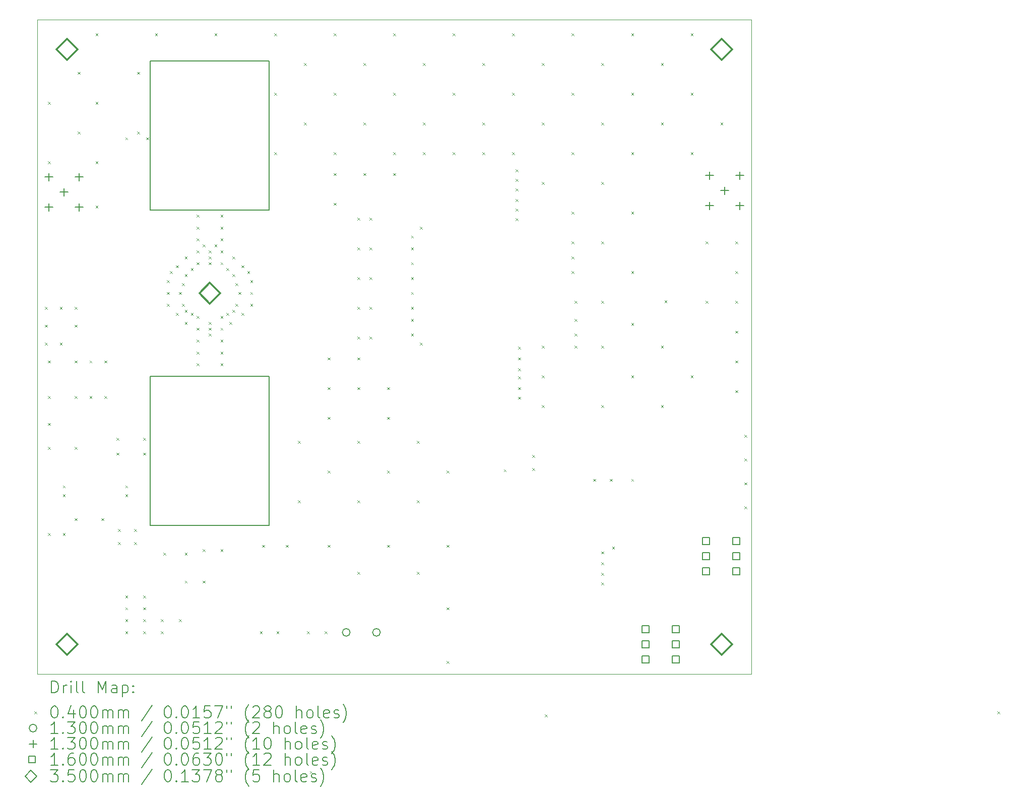
<source format=gbr>
%TF.GenerationSoftware,KiCad,Pcbnew,7.0.1*%
%TF.CreationDate,2023-05-25T18:43:55+02:00*%
%TF.ProjectId,K_Munin400,4b5f4d75-6e69-46e3-9430-302e6b696361,rev?*%
%TF.SameCoordinates,Original*%
%TF.FileFunction,Drillmap*%
%TF.FilePolarity,Positive*%
%FSLAX45Y45*%
G04 Gerber Fmt 4.5, Leading zero omitted, Abs format (unit mm)*
G04 Created by KiCad (PCBNEW 7.0.1) date 2023-05-25 18:43:55*
%MOMM*%
%LPD*%
G01*
G04 APERTURE LIST*
%ADD10C,0.150000*%
%ADD11C,0.100000*%
%ADD12C,0.200000*%
%ADD13C,0.040000*%
%ADD14C,0.130000*%
%ADD15C,0.130048*%
%ADD16C,0.160000*%
%ADD17C,0.350000*%
G04 APERTURE END LIST*
D10*
X6900000Y-12000000D02*
X8900000Y-12000000D01*
X8900000Y-14500000D01*
X6900000Y-14500000D01*
X6900000Y-12000000D01*
X6900000Y-6700000D02*
X8900000Y-6700000D01*
X8900000Y-9200000D01*
X6900000Y-9200000D01*
X6900000Y-6700000D01*
D11*
X5000000Y-6000000D02*
X17000000Y-6000000D01*
X17000000Y-17000000D01*
X5000000Y-17000000D01*
X5000000Y-6000000D01*
D12*
D13*
X5130000Y-10830000D02*
X5170000Y-10870000D01*
X5170000Y-10830000D02*
X5130000Y-10870000D01*
X5130000Y-11130000D02*
X5170000Y-11170000D01*
X5170000Y-11130000D02*
X5130000Y-11170000D01*
X5130000Y-11430000D02*
X5170000Y-11470000D01*
X5170000Y-11430000D02*
X5130000Y-11470000D01*
X5180000Y-7380000D02*
X5220000Y-7420000D01*
X5220000Y-7380000D02*
X5180000Y-7420000D01*
X5180000Y-8380000D02*
X5220000Y-8420000D01*
X5220000Y-8380000D02*
X5180000Y-8420000D01*
X5180000Y-11730000D02*
X5220000Y-11770000D01*
X5220000Y-11730000D02*
X5180000Y-11770000D01*
X5180000Y-12330000D02*
X5220000Y-12370000D01*
X5220000Y-12330000D02*
X5180000Y-12370000D01*
X5180000Y-12780000D02*
X5220000Y-12820000D01*
X5220000Y-12780000D02*
X5180000Y-12820000D01*
X5180000Y-13180000D02*
X5220000Y-13220000D01*
X5220000Y-13180000D02*
X5180000Y-13220000D01*
X5180000Y-14630000D02*
X5220000Y-14670000D01*
X5220000Y-14630000D02*
X5180000Y-14670000D01*
X5380000Y-10830000D02*
X5420000Y-10870000D01*
X5420000Y-10830000D02*
X5380000Y-10870000D01*
X5380000Y-11430000D02*
X5420000Y-11470000D01*
X5420000Y-11430000D02*
X5380000Y-11470000D01*
X5430000Y-13830000D02*
X5470000Y-13870000D01*
X5470000Y-13830000D02*
X5430000Y-13870000D01*
X5430000Y-13980000D02*
X5470000Y-14020000D01*
X5470000Y-13980000D02*
X5430000Y-14020000D01*
X5430000Y-14630000D02*
X5470000Y-14670000D01*
X5470000Y-14630000D02*
X5430000Y-14670000D01*
X5630000Y-10830000D02*
X5670000Y-10870000D01*
X5670000Y-10830000D02*
X5630000Y-10870000D01*
X5630000Y-11130000D02*
X5670000Y-11170000D01*
X5670000Y-11130000D02*
X5630000Y-11170000D01*
X5630000Y-11730000D02*
X5670000Y-11770000D01*
X5670000Y-11730000D02*
X5630000Y-11770000D01*
X5630000Y-12330000D02*
X5670000Y-12370000D01*
X5670000Y-12330000D02*
X5630000Y-12370000D01*
X5630000Y-13180000D02*
X5670000Y-13220000D01*
X5670000Y-13180000D02*
X5630000Y-13220000D01*
X5630000Y-14380000D02*
X5670000Y-14420000D01*
X5670000Y-14380000D02*
X5630000Y-14420000D01*
X5680000Y-6880000D02*
X5720000Y-6920000D01*
X5720000Y-6880000D02*
X5680000Y-6920000D01*
X5680000Y-7880000D02*
X5720000Y-7920000D01*
X5720000Y-7880000D02*
X5680000Y-7920000D01*
X5880000Y-11730000D02*
X5920000Y-11770000D01*
X5920000Y-11730000D02*
X5880000Y-11770000D01*
X5880000Y-12330000D02*
X5920000Y-12370000D01*
X5920000Y-12330000D02*
X5880000Y-12370000D01*
X5980000Y-6230000D02*
X6020000Y-6270000D01*
X6020000Y-6230000D02*
X5980000Y-6270000D01*
X5980000Y-7380000D02*
X6020000Y-7420000D01*
X6020000Y-7380000D02*
X5980000Y-7420000D01*
X5980000Y-8380000D02*
X6020000Y-8420000D01*
X6020000Y-8380000D02*
X5980000Y-8420000D01*
X5980000Y-9130000D02*
X6020000Y-9170000D01*
X6020000Y-9130000D02*
X5980000Y-9170000D01*
X6080000Y-14380000D02*
X6120000Y-14420000D01*
X6120000Y-14380000D02*
X6080000Y-14420000D01*
X6130000Y-11730000D02*
X6170000Y-11770000D01*
X6170000Y-11730000D02*
X6130000Y-11770000D01*
X6130000Y-12330000D02*
X6170000Y-12370000D01*
X6170000Y-12330000D02*
X6130000Y-12370000D01*
X6330000Y-13030000D02*
X6370000Y-13070000D01*
X6370000Y-13030000D02*
X6330000Y-13070000D01*
X6330000Y-13280000D02*
X6370000Y-13320000D01*
X6370000Y-13280000D02*
X6330000Y-13320000D01*
X6360000Y-14560000D02*
X6400000Y-14600000D01*
X6400000Y-14560000D02*
X6360000Y-14600000D01*
X6360000Y-14780000D02*
X6400000Y-14820000D01*
X6400000Y-14780000D02*
X6360000Y-14820000D01*
X6480000Y-7980000D02*
X6520000Y-8020000D01*
X6520000Y-7980000D02*
X6480000Y-8020000D01*
X6480000Y-13830000D02*
X6520000Y-13870000D01*
X6520000Y-13830000D02*
X6480000Y-13870000D01*
X6480000Y-13980000D02*
X6520000Y-14020000D01*
X6520000Y-13980000D02*
X6480000Y-14020000D01*
X6480000Y-15680000D02*
X6520000Y-15720000D01*
X6520000Y-15680000D02*
X6480000Y-15720000D01*
X6480000Y-15880000D02*
X6520000Y-15920000D01*
X6520000Y-15880000D02*
X6480000Y-15920000D01*
X6480000Y-16080000D02*
X6520000Y-16120000D01*
X6520000Y-16080000D02*
X6480000Y-16120000D01*
X6480000Y-16280000D02*
X6520000Y-16320000D01*
X6520000Y-16280000D02*
X6480000Y-16320000D01*
X6630000Y-14560000D02*
X6670000Y-14600000D01*
X6670000Y-14560000D02*
X6630000Y-14600000D01*
X6630000Y-14780000D02*
X6670000Y-14820000D01*
X6670000Y-14780000D02*
X6630000Y-14820000D01*
X6680000Y-6880000D02*
X6720000Y-6920000D01*
X6720000Y-6880000D02*
X6680000Y-6920000D01*
X6680000Y-7880000D02*
X6720000Y-7920000D01*
X6720000Y-7880000D02*
X6680000Y-7920000D01*
X6780000Y-13030000D02*
X6820000Y-13070000D01*
X6820000Y-13030000D02*
X6780000Y-13070000D01*
X6780000Y-13280000D02*
X6820000Y-13320000D01*
X6820000Y-13280000D02*
X6780000Y-13320000D01*
X6780000Y-15680000D02*
X6820000Y-15720000D01*
X6820000Y-15680000D02*
X6780000Y-15720000D01*
X6780000Y-15880000D02*
X6820000Y-15920000D01*
X6820000Y-15880000D02*
X6780000Y-15920000D01*
X6780000Y-16080000D02*
X6820000Y-16120000D01*
X6820000Y-16080000D02*
X6780000Y-16120000D01*
X6780000Y-16280000D02*
X6820000Y-16320000D01*
X6820000Y-16280000D02*
X6780000Y-16320000D01*
X6830000Y-7980000D02*
X6870000Y-8020000D01*
X6870000Y-7980000D02*
X6830000Y-8020000D01*
X6980000Y-6230000D02*
X7020000Y-6270000D01*
X7020000Y-6230000D02*
X6980000Y-6270000D01*
X7080000Y-16080000D02*
X7120000Y-16120000D01*
X7120000Y-16080000D02*
X7080000Y-16120000D01*
X7080000Y-16280000D02*
X7120000Y-16320000D01*
X7120000Y-16280000D02*
X7080000Y-16320000D01*
X7120000Y-14960000D02*
X7160000Y-15000000D01*
X7160000Y-14960000D02*
X7120000Y-15000000D01*
X7180000Y-10380000D02*
X7220000Y-10420000D01*
X7220000Y-10380000D02*
X7180000Y-10420000D01*
X7180000Y-10580000D02*
X7220000Y-10620000D01*
X7220000Y-10580000D02*
X7180000Y-10620000D01*
X7180000Y-10780000D02*
X7220000Y-10820000D01*
X7220000Y-10780000D02*
X7180000Y-10820000D01*
X7230000Y-10230000D02*
X7270000Y-10270000D01*
X7270000Y-10230000D02*
X7230000Y-10270000D01*
X7330000Y-10130000D02*
X7370000Y-10170000D01*
X7370000Y-10130000D02*
X7330000Y-10170000D01*
X7330000Y-10930000D02*
X7370000Y-10970000D01*
X7370000Y-10930000D02*
X7330000Y-10970000D01*
X7380000Y-10580000D02*
X7420000Y-10620000D01*
X7420000Y-10580000D02*
X7380000Y-10620000D01*
X7380000Y-16080000D02*
X7420000Y-16120000D01*
X7420000Y-16080000D02*
X7380000Y-16120000D01*
X7430000Y-10430000D02*
X7470000Y-10470000D01*
X7470000Y-10430000D02*
X7430000Y-10470000D01*
X7430000Y-10780000D02*
X7470000Y-10820000D01*
X7470000Y-10780000D02*
X7430000Y-10820000D01*
X7480000Y-9980000D02*
X7520000Y-10020000D01*
X7520000Y-9980000D02*
X7480000Y-10020000D01*
X7480000Y-10280000D02*
X7520000Y-10320000D01*
X7520000Y-10280000D02*
X7480000Y-10320000D01*
X7480000Y-10880000D02*
X7520000Y-10920000D01*
X7520000Y-10880000D02*
X7480000Y-10920000D01*
X7480000Y-11080000D02*
X7520000Y-11120000D01*
X7520000Y-11080000D02*
X7480000Y-11120000D01*
X7480000Y-14960000D02*
X7520000Y-15000000D01*
X7520000Y-14960000D02*
X7480000Y-15000000D01*
X7480000Y-15430000D02*
X7520000Y-15470000D01*
X7520000Y-15430000D02*
X7480000Y-15470000D01*
X7580000Y-10180000D02*
X7620000Y-10220000D01*
X7620000Y-10180000D02*
X7580000Y-10220000D01*
X7580000Y-10930000D02*
X7620000Y-10970000D01*
X7620000Y-10930000D02*
X7580000Y-10970000D01*
X7680000Y-9280000D02*
X7720000Y-9320000D01*
X7720000Y-9280000D02*
X7680000Y-9320000D01*
X7680000Y-9480000D02*
X7720000Y-9520000D01*
X7720000Y-9480000D02*
X7680000Y-9520000D01*
X7680000Y-9680000D02*
X7720000Y-9720000D01*
X7720000Y-9680000D02*
X7680000Y-9720000D01*
X7680000Y-9880000D02*
X7720000Y-9920000D01*
X7720000Y-9880000D02*
X7680000Y-9920000D01*
X7680000Y-10080000D02*
X7720000Y-10120000D01*
X7720000Y-10080000D02*
X7680000Y-10120000D01*
X7680000Y-10980000D02*
X7720000Y-11020000D01*
X7720000Y-10980000D02*
X7680000Y-11020000D01*
X7680000Y-11180000D02*
X7720000Y-11220000D01*
X7720000Y-11180000D02*
X7680000Y-11220000D01*
X7680000Y-11380000D02*
X7720000Y-11420000D01*
X7720000Y-11380000D02*
X7680000Y-11420000D01*
X7680000Y-11580000D02*
X7720000Y-11620000D01*
X7720000Y-11580000D02*
X7680000Y-11620000D01*
X7680000Y-11780000D02*
X7720000Y-11820000D01*
X7720000Y-11780000D02*
X7680000Y-11820000D01*
X7780000Y-9780000D02*
X7820000Y-9820000D01*
X7820000Y-9780000D02*
X7780000Y-9820000D01*
X7780000Y-14900000D02*
X7820000Y-14940000D01*
X7820000Y-14900000D02*
X7780000Y-14940000D01*
X7780000Y-15430000D02*
X7820000Y-15470000D01*
X7820000Y-15430000D02*
X7780000Y-15470000D01*
X7880000Y-9880000D02*
X7920000Y-9920000D01*
X7920000Y-9880000D02*
X7880000Y-9920000D01*
X7880000Y-9980000D02*
X7920000Y-10020000D01*
X7920000Y-9980000D02*
X7880000Y-10020000D01*
X7880000Y-10080000D02*
X7920000Y-10120000D01*
X7920000Y-10080000D02*
X7880000Y-10120000D01*
X7880000Y-11080000D02*
X7920000Y-11120000D01*
X7920000Y-11080000D02*
X7880000Y-11120000D01*
X7880000Y-11180000D02*
X7920000Y-11220000D01*
X7920000Y-11180000D02*
X7880000Y-11220000D01*
X7880000Y-11280000D02*
X7920000Y-11320000D01*
X7920000Y-11280000D02*
X7880000Y-11320000D01*
X7980000Y-6230000D02*
X8020000Y-6270000D01*
X8020000Y-6230000D02*
X7980000Y-6270000D01*
X7980000Y-9780000D02*
X8020000Y-9820000D01*
X8020000Y-9780000D02*
X7980000Y-9820000D01*
X8080000Y-9280000D02*
X8120000Y-9320000D01*
X8120000Y-9280000D02*
X8080000Y-9320000D01*
X8080000Y-9480000D02*
X8120000Y-9520000D01*
X8120000Y-9480000D02*
X8080000Y-9520000D01*
X8080000Y-9680000D02*
X8120000Y-9720000D01*
X8120000Y-9680000D02*
X8080000Y-9720000D01*
X8080000Y-9880000D02*
X8120000Y-9920000D01*
X8120000Y-9880000D02*
X8080000Y-9920000D01*
X8080000Y-10080000D02*
X8120000Y-10120000D01*
X8120000Y-10080000D02*
X8080000Y-10120000D01*
X8080000Y-10980000D02*
X8120000Y-11020000D01*
X8120000Y-10980000D02*
X8080000Y-11020000D01*
X8080000Y-11180000D02*
X8120000Y-11220000D01*
X8120000Y-11180000D02*
X8080000Y-11220000D01*
X8080000Y-11380000D02*
X8120000Y-11420000D01*
X8120000Y-11380000D02*
X8080000Y-11420000D01*
X8080000Y-11580000D02*
X8120000Y-11620000D01*
X8120000Y-11580000D02*
X8080000Y-11620000D01*
X8080000Y-11780000D02*
X8120000Y-11820000D01*
X8120000Y-11780000D02*
X8080000Y-11820000D01*
X8080000Y-14900000D02*
X8120000Y-14940000D01*
X8120000Y-14900000D02*
X8080000Y-14940000D01*
X8180000Y-10180000D02*
X8220000Y-10220000D01*
X8220000Y-10180000D02*
X8180000Y-10220000D01*
X8180000Y-10930000D02*
X8220000Y-10970000D01*
X8220000Y-10930000D02*
X8180000Y-10970000D01*
X8230000Y-11080000D02*
X8270000Y-11120000D01*
X8270000Y-11080000D02*
X8230000Y-11120000D01*
X8280000Y-9980000D02*
X8320000Y-10020000D01*
X8320000Y-9980000D02*
X8280000Y-10020000D01*
X8280000Y-10280000D02*
X8320000Y-10320000D01*
X8320000Y-10280000D02*
X8280000Y-10320000D01*
X8280000Y-10880000D02*
X8320000Y-10920000D01*
X8320000Y-10880000D02*
X8280000Y-10920000D01*
X8330000Y-10430000D02*
X8370000Y-10470000D01*
X8370000Y-10430000D02*
X8330000Y-10470000D01*
X8330000Y-10780000D02*
X8370000Y-10820000D01*
X8370000Y-10780000D02*
X8330000Y-10820000D01*
X8380000Y-10580000D02*
X8420000Y-10620000D01*
X8420000Y-10580000D02*
X8380000Y-10620000D01*
X8430000Y-10130000D02*
X8470000Y-10170000D01*
X8470000Y-10130000D02*
X8430000Y-10170000D01*
X8430000Y-10930000D02*
X8470000Y-10970000D01*
X8470000Y-10930000D02*
X8430000Y-10970000D01*
X8530000Y-10230000D02*
X8570000Y-10270000D01*
X8570000Y-10230000D02*
X8530000Y-10270000D01*
X8580000Y-10380000D02*
X8620000Y-10420000D01*
X8620000Y-10380000D02*
X8580000Y-10420000D01*
X8580000Y-10580000D02*
X8620000Y-10620000D01*
X8620000Y-10580000D02*
X8580000Y-10620000D01*
X8580000Y-10780000D02*
X8620000Y-10820000D01*
X8620000Y-10780000D02*
X8580000Y-10820000D01*
X8740000Y-16280000D02*
X8780000Y-16320000D01*
X8780000Y-16280000D02*
X8740000Y-16320000D01*
X8780000Y-14830000D02*
X8820000Y-14870000D01*
X8820000Y-14830000D02*
X8780000Y-14870000D01*
X8980000Y-6230000D02*
X9020000Y-6270000D01*
X9020000Y-6230000D02*
X8980000Y-6270000D01*
X8980000Y-7230000D02*
X9020000Y-7270000D01*
X9020000Y-7230000D02*
X8980000Y-7270000D01*
X8980000Y-8230000D02*
X9020000Y-8270000D01*
X9020000Y-8230000D02*
X8980000Y-8270000D01*
X9020000Y-16280000D02*
X9060000Y-16320000D01*
X9060000Y-16280000D02*
X9020000Y-16320000D01*
X9180000Y-14830000D02*
X9220000Y-14870000D01*
X9220000Y-14830000D02*
X9180000Y-14870000D01*
X9380000Y-13080000D02*
X9420000Y-13120000D01*
X9420000Y-13080000D02*
X9380000Y-13120000D01*
X9380000Y-14080000D02*
X9420000Y-14120000D01*
X9420000Y-14080000D02*
X9380000Y-14120000D01*
X9480000Y-6730000D02*
X9520000Y-6770000D01*
X9520000Y-6730000D02*
X9480000Y-6770000D01*
X9480000Y-7730000D02*
X9520000Y-7770000D01*
X9520000Y-7730000D02*
X9480000Y-7770000D01*
X9530000Y-16280000D02*
X9570000Y-16320000D01*
X9570000Y-16280000D02*
X9530000Y-16320000D01*
X9580000Y-18630000D02*
X9620000Y-18670000D01*
X9620000Y-18630000D02*
X9580000Y-18670000D01*
X9830000Y-16280000D02*
X9870000Y-16320000D01*
X9870000Y-16280000D02*
X9830000Y-16320000D01*
X9880000Y-11680000D02*
X9920000Y-11720000D01*
X9920000Y-11680000D02*
X9880000Y-11720000D01*
X9880000Y-12180000D02*
X9920000Y-12220000D01*
X9920000Y-12180000D02*
X9880000Y-12220000D01*
X9880000Y-12680000D02*
X9920000Y-12720000D01*
X9920000Y-12680000D02*
X9880000Y-12720000D01*
X9880000Y-13580000D02*
X9920000Y-13620000D01*
X9920000Y-13580000D02*
X9880000Y-13620000D01*
X9880000Y-14830000D02*
X9920000Y-14870000D01*
X9920000Y-14830000D02*
X9880000Y-14870000D01*
X9980000Y-6230000D02*
X10020000Y-6270000D01*
X10020000Y-6230000D02*
X9980000Y-6270000D01*
X9980000Y-7230000D02*
X10020000Y-7270000D01*
X10020000Y-7230000D02*
X9980000Y-7270000D01*
X9980000Y-8230000D02*
X10020000Y-8270000D01*
X10020000Y-8230000D02*
X9980000Y-8270000D01*
X9980000Y-8580000D02*
X10020000Y-8620000D01*
X10020000Y-8580000D02*
X9980000Y-8620000D01*
X9980000Y-9080000D02*
X10020000Y-9120000D01*
X10020000Y-9080000D02*
X9980000Y-9120000D01*
X10380000Y-9330000D02*
X10420000Y-9370000D01*
X10420000Y-9330000D02*
X10380000Y-9370000D01*
X10380000Y-9830000D02*
X10420000Y-9870000D01*
X10420000Y-9830000D02*
X10380000Y-9870000D01*
X10380000Y-10330000D02*
X10420000Y-10370000D01*
X10420000Y-10330000D02*
X10380000Y-10370000D01*
X10380000Y-10830000D02*
X10420000Y-10870000D01*
X10420000Y-10830000D02*
X10380000Y-10870000D01*
X10380000Y-11330000D02*
X10420000Y-11370000D01*
X10420000Y-11330000D02*
X10380000Y-11370000D01*
X10380000Y-11680000D02*
X10420000Y-11720000D01*
X10420000Y-11680000D02*
X10380000Y-11720000D01*
X10380000Y-12180000D02*
X10420000Y-12220000D01*
X10420000Y-12180000D02*
X10380000Y-12220000D01*
X10380000Y-13080000D02*
X10420000Y-13120000D01*
X10420000Y-13080000D02*
X10380000Y-13120000D01*
X10380000Y-14080000D02*
X10420000Y-14120000D01*
X10420000Y-14080000D02*
X10380000Y-14120000D01*
X10380000Y-15280000D02*
X10420000Y-15320000D01*
X10420000Y-15280000D02*
X10380000Y-15320000D01*
X10480000Y-6730000D02*
X10520000Y-6770000D01*
X10520000Y-6730000D02*
X10480000Y-6770000D01*
X10480000Y-7730000D02*
X10520000Y-7770000D01*
X10520000Y-7730000D02*
X10480000Y-7770000D01*
X10480000Y-8580000D02*
X10520000Y-8620000D01*
X10520000Y-8580000D02*
X10480000Y-8620000D01*
X10580000Y-9330000D02*
X10620000Y-9370000D01*
X10620000Y-9330000D02*
X10580000Y-9370000D01*
X10580000Y-9830000D02*
X10620000Y-9870000D01*
X10620000Y-9830000D02*
X10580000Y-9870000D01*
X10580000Y-10330000D02*
X10620000Y-10370000D01*
X10620000Y-10330000D02*
X10580000Y-10370000D01*
X10580000Y-10830000D02*
X10620000Y-10870000D01*
X10620000Y-10830000D02*
X10580000Y-10870000D01*
X10580000Y-11330000D02*
X10620000Y-11370000D01*
X10620000Y-11330000D02*
X10580000Y-11370000D01*
X10880000Y-12180000D02*
X10920000Y-12220000D01*
X10920000Y-12180000D02*
X10880000Y-12220000D01*
X10880000Y-12680000D02*
X10920000Y-12720000D01*
X10920000Y-12680000D02*
X10880000Y-12720000D01*
X10880000Y-13580000D02*
X10920000Y-13620000D01*
X10920000Y-13580000D02*
X10880000Y-13620000D01*
X10880000Y-14830000D02*
X10920000Y-14870000D01*
X10920000Y-14830000D02*
X10880000Y-14870000D01*
X10980000Y-6230000D02*
X11020000Y-6270000D01*
X11020000Y-6230000D02*
X10980000Y-6270000D01*
X10980000Y-7230000D02*
X11020000Y-7270000D01*
X11020000Y-7230000D02*
X10980000Y-7270000D01*
X10980000Y-8230000D02*
X11020000Y-8270000D01*
X11020000Y-8230000D02*
X10980000Y-8270000D01*
X10980000Y-8580000D02*
X11020000Y-8620000D01*
X11020000Y-8580000D02*
X10980000Y-8620000D01*
X11280000Y-9630000D02*
X11320000Y-9670000D01*
X11320000Y-9630000D02*
X11280000Y-9670000D01*
X11280000Y-9830000D02*
X11320000Y-9870000D01*
X11320000Y-9830000D02*
X11280000Y-9870000D01*
X11280000Y-10080000D02*
X11320000Y-10120000D01*
X11320000Y-10080000D02*
X11280000Y-10120000D01*
X11280000Y-10330000D02*
X11320000Y-10370000D01*
X11320000Y-10330000D02*
X11280000Y-10370000D01*
X11280000Y-10580000D02*
X11320000Y-10620000D01*
X11320000Y-10580000D02*
X11280000Y-10620000D01*
X11280000Y-10830000D02*
X11320000Y-10870000D01*
X11320000Y-10830000D02*
X11280000Y-10870000D01*
X11280000Y-11030000D02*
X11320000Y-11070000D01*
X11320000Y-11030000D02*
X11280000Y-11070000D01*
X11280000Y-11280000D02*
X11320000Y-11320000D01*
X11320000Y-11280000D02*
X11280000Y-11320000D01*
X11380000Y-13080000D02*
X11420000Y-13120000D01*
X11420000Y-13080000D02*
X11380000Y-13120000D01*
X11380000Y-14080000D02*
X11420000Y-14120000D01*
X11420000Y-14080000D02*
X11380000Y-14120000D01*
X11380000Y-15280000D02*
X11420000Y-15320000D01*
X11420000Y-15280000D02*
X11380000Y-15320000D01*
X11430000Y-9480000D02*
X11470000Y-9520000D01*
X11470000Y-9480000D02*
X11430000Y-9520000D01*
X11430000Y-11430000D02*
X11470000Y-11470000D01*
X11470000Y-11430000D02*
X11430000Y-11470000D01*
X11480000Y-6730000D02*
X11520000Y-6770000D01*
X11520000Y-6730000D02*
X11480000Y-6770000D01*
X11480000Y-7730000D02*
X11520000Y-7770000D01*
X11520000Y-7730000D02*
X11480000Y-7770000D01*
X11480000Y-8230000D02*
X11520000Y-8270000D01*
X11520000Y-8230000D02*
X11480000Y-8270000D01*
X11880000Y-13580000D02*
X11920000Y-13620000D01*
X11920000Y-13580000D02*
X11880000Y-13620000D01*
X11880000Y-14830000D02*
X11920000Y-14870000D01*
X11920000Y-14830000D02*
X11880000Y-14870000D01*
X11880000Y-15880000D02*
X11920000Y-15920000D01*
X11920000Y-15880000D02*
X11880000Y-15920000D01*
X11880000Y-16780000D02*
X11920000Y-16820000D01*
X11920000Y-16780000D02*
X11880000Y-16820000D01*
X11980000Y-6230000D02*
X12020000Y-6270000D01*
X12020000Y-6230000D02*
X11980000Y-6270000D01*
X11980000Y-7230000D02*
X12020000Y-7270000D01*
X12020000Y-7230000D02*
X11980000Y-7270000D01*
X11980000Y-8230000D02*
X12020000Y-8270000D01*
X12020000Y-8230000D02*
X11980000Y-8270000D01*
X12480000Y-6730000D02*
X12520000Y-6770000D01*
X12520000Y-6730000D02*
X12480000Y-6770000D01*
X12480000Y-7730000D02*
X12520000Y-7770000D01*
X12520000Y-7730000D02*
X12480000Y-7770000D01*
X12480000Y-8230000D02*
X12520000Y-8270000D01*
X12520000Y-8230000D02*
X12480000Y-8270000D01*
X12840000Y-13560000D02*
X12880000Y-13600000D01*
X12880000Y-13560000D02*
X12840000Y-13600000D01*
X12980000Y-6230000D02*
X13020000Y-6270000D01*
X13020000Y-6230000D02*
X12980000Y-6270000D01*
X12980000Y-7230000D02*
X13020000Y-7270000D01*
X13020000Y-7230000D02*
X12980000Y-7270000D01*
X12980000Y-8230000D02*
X13020000Y-8270000D01*
X13020000Y-8230000D02*
X12980000Y-8270000D01*
X13040000Y-8520000D02*
X13080000Y-8560000D01*
X13080000Y-8520000D02*
X13040000Y-8560000D01*
X13040000Y-8680000D02*
X13080000Y-8720000D01*
X13080000Y-8680000D02*
X13040000Y-8720000D01*
X13040000Y-8840000D02*
X13080000Y-8880000D01*
X13080000Y-8840000D02*
X13040000Y-8880000D01*
X13040000Y-9020000D02*
X13080000Y-9060000D01*
X13080000Y-9020000D02*
X13040000Y-9060000D01*
X13040000Y-9180000D02*
X13080000Y-9220000D01*
X13080000Y-9180000D02*
X13040000Y-9220000D01*
X13040000Y-9340000D02*
X13080000Y-9380000D01*
X13080000Y-9340000D02*
X13040000Y-9380000D01*
X13080000Y-11500000D02*
X13120000Y-11540000D01*
X13120000Y-11500000D02*
X13080000Y-11540000D01*
X13080000Y-11680000D02*
X13120000Y-11720000D01*
X13120000Y-11680000D02*
X13080000Y-11720000D01*
X13080000Y-11860000D02*
X13120000Y-11900000D01*
X13120000Y-11860000D02*
X13080000Y-11900000D01*
X13080000Y-12000000D02*
X13120000Y-12040000D01*
X13120000Y-12000000D02*
X13080000Y-12040000D01*
X13080000Y-12180000D02*
X13120000Y-12220000D01*
X13120000Y-12180000D02*
X13080000Y-12220000D01*
X13080000Y-12340000D02*
X13120000Y-12380000D01*
X13120000Y-12340000D02*
X13080000Y-12380000D01*
X13320000Y-13320000D02*
X13360000Y-13360000D01*
X13360000Y-13320000D02*
X13320000Y-13360000D01*
X13320000Y-13540000D02*
X13360000Y-13580000D01*
X13360000Y-13540000D02*
X13320000Y-13580000D01*
X13480000Y-6730000D02*
X13520000Y-6770000D01*
X13520000Y-6730000D02*
X13480000Y-6770000D01*
X13480000Y-7730000D02*
X13520000Y-7770000D01*
X13520000Y-7730000D02*
X13480000Y-7770000D01*
X13480000Y-8730000D02*
X13520000Y-8770000D01*
X13520000Y-8730000D02*
X13480000Y-8770000D01*
X13480000Y-11480000D02*
X13520000Y-11520000D01*
X13520000Y-11480000D02*
X13480000Y-11520000D01*
X13480000Y-11980000D02*
X13520000Y-12020000D01*
X13520000Y-11980000D02*
X13480000Y-12020000D01*
X13480000Y-12480000D02*
X13520000Y-12520000D01*
X13520000Y-12480000D02*
X13480000Y-12520000D01*
X13530000Y-17680000D02*
X13570000Y-17720000D01*
X13570000Y-17680000D02*
X13530000Y-17720000D01*
X13980000Y-6230000D02*
X14020000Y-6270000D01*
X14020000Y-6230000D02*
X13980000Y-6270000D01*
X13980000Y-7230000D02*
X14020000Y-7270000D01*
X14020000Y-7230000D02*
X13980000Y-7270000D01*
X13980000Y-8230000D02*
X14020000Y-8270000D01*
X14020000Y-8230000D02*
X13980000Y-8270000D01*
X13980000Y-9230000D02*
X14020000Y-9270000D01*
X14020000Y-9230000D02*
X13980000Y-9270000D01*
X13980000Y-9730000D02*
X14020000Y-9770000D01*
X14020000Y-9730000D02*
X13980000Y-9770000D01*
X13980000Y-9980000D02*
X14020000Y-10020000D01*
X14020000Y-9980000D02*
X13980000Y-10020000D01*
X13980000Y-10230000D02*
X14020000Y-10270000D01*
X14020000Y-10230000D02*
X13980000Y-10270000D01*
X14030000Y-10730000D02*
X14070000Y-10770000D01*
X14070000Y-10730000D02*
X14030000Y-10770000D01*
X14030000Y-11030000D02*
X14070000Y-11070000D01*
X14070000Y-11030000D02*
X14030000Y-11070000D01*
X14030000Y-11280000D02*
X14070000Y-11320000D01*
X14070000Y-11280000D02*
X14030000Y-11320000D01*
X14030000Y-11480000D02*
X14070000Y-11520000D01*
X14070000Y-11480000D02*
X14030000Y-11520000D01*
X14340000Y-13720000D02*
X14380000Y-13760000D01*
X14380000Y-13720000D02*
X14340000Y-13760000D01*
X14480000Y-6730000D02*
X14520000Y-6770000D01*
X14520000Y-6730000D02*
X14480000Y-6770000D01*
X14480000Y-7730000D02*
X14520000Y-7770000D01*
X14520000Y-7730000D02*
X14480000Y-7770000D01*
X14480000Y-8730000D02*
X14520000Y-8770000D01*
X14520000Y-8730000D02*
X14480000Y-8770000D01*
X14480000Y-9730000D02*
X14520000Y-9770000D01*
X14520000Y-9730000D02*
X14480000Y-9770000D01*
X14480000Y-10730000D02*
X14520000Y-10770000D01*
X14520000Y-10730000D02*
X14480000Y-10770000D01*
X14480000Y-11480000D02*
X14520000Y-11520000D01*
X14520000Y-11480000D02*
X14480000Y-11520000D01*
X14480000Y-12480000D02*
X14520000Y-12520000D01*
X14520000Y-12480000D02*
X14480000Y-12520000D01*
X14480000Y-14940000D02*
X14520000Y-14980000D01*
X14520000Y-14940000D02*
X14480000Y-14980000D01*
X14480000Y-15120000D02*
X14520000Y-15160000D01*
X14520000Y-15120000D02*
X14480000Y-15160000D01*
X14480000Y-15300000D02*
X14520000Y-15340000D01*
X14520000Y-15300000D02*
X14480000Y-15340000D01*
X14480000Y-15460000D02*
X14520000Y-15500000D01*
X14520000Y-15460000D02*
X14480000Y-15500000D01*
X14620000Y-13720000D02*
X14660000Y-13760000D01*
X14660000Y-13720000D02*
X14620000Y-13760000D01*
X14660000Y-14860000D02*
X14700000Y-14900000D01*
X14700000Y-14860000D02*
X14660000Y-14900000D01*
X14980000Y-6230000D02*
X15020000Y-6270000D01*
X15020000Y-6230000D02*
X14980000Y-6270000D01*
X14980000Y-7230000D02*
X15020000Y-7270000D01*
X15020000Y-7230000D02*
X14980000Y-7270000D01*
X14980000Y-8230000D02*
X15020000Y-8270000D01*
X15020000Y-8230000D02*
X14980000Y-8270000D01*
X14980000Y-9230000D02*
X15020000Y-9270000D01*
X15020000Y-9230000D02*
X14980000Y-9270000D01*
X14980000Y-10230000D02*
X15020000Y-10270000D01*
X15020000Y-10230000D02*
X14980000Y-10270000D01*
X14980000Y-11100000D02*
X15020000Y-11140000D01*
X15020000Y-11100000D02*
X14980000Y-11140000D01*
X14980000Y-11980000D02*
X15020000Y-12020000D01*
X15020000Y-11980000D02*
X14980000Y-12020000D01*
X14980000Y-13720000D02*
X15020000Y-13760000D01*
X15020000Y-13720000D02*
X14980000Y-13760000D01*
X15480000Y-6730000D02*
X15520000Y-6770000D01*
X15520000Y-6730000D02*
X15480000Y-6770000D01*
X15480000Y-7730000D02*
X15520000Y-7770000D01*
X15520000Y-7730000D02*
X15480000Y-7770000D01*
X15480000Y-11480000D02*
X15520000Y-11520000D01*
X15520000Y-11480000D02*
X15480000Y-11520000D01*
X15480000Y-12480000D02*
X15520000Y-12520000D01*
X15520000Y-12480000D02*
X15480000Y-12520000D01*
X15540000Y-10720000D02*
X15580000Y-10760000D01*
X15580000Y-10720000D02*
X15540000Y-10760000D01*
X15980000Y-6230000D02*
X16020000Y-6270000D01*
X16020000Y-6230000D02*
X15980000Y-6270000D01*
X15980000Y-7230000D02*
X16020000Y-7270000D01*
X16020000Y-7230000D02*
X15980000Y-7270000D01*
X15980000Y-8230000D02*
X16020000Y-8270000D01*
X16020000Y-8230000D02*
X15980000Y-8270000D01*
X15980000Y-11980000D02*
X16020000Y-12020000D01*
X16020000Y-11980000D02*
X15980000Y-12020000D01*
X16230000Y-9730000D02*
X16270000Y-9770000D01*
X16270000Y-9730000D02*
X16230000Y-9770000D01*
X16230000Y-10730000D02*
X16270000Y-10770000D01*
X16270000Y-10730000D02*
X16230000Y-10770000D01*
X16480000Y-7730000D02*
X16520000Y-7770000D01*
X16520000Y-7730000D02*
X16480000Y-7770000D01*
X16730000Y-9730000D02*
X16770000Y-9770000D01*
X16770000Y-9730000D02*
X16730000Y-9770000D01*
X16730000Y-10230000D02*
X16770000Y-10270000D01*
X16770000Y-10230000D02*
X16730000Y-10270000D01*
X16730000Y-10730000D02*
X16770000Y-10770000D01*
X16770000Y-10730000D02*
X16730000Y-10770000D01*
X16730000Y-11230000D02*
X16770000Y-11270000D01*
X16770000Y-11230000D02*
X16730000Y-11270000D01*
X16730000Y-11730000D02*
X16770000Y-11770000D01*
X16770000Y-11730000D02*
X16730000Y-11770000D01*
X16730000Y-12230000D02*
X16770000Y-12270000D01*
X16770000Y-12230000D02*
X16730000Y-12270000D01*
X16880000Y-12980000D02*
X16920000Y-13020000D01*
X16920000Y-12980000D02*
X16880000Y-13020000D01*
X16880000Y-13380000D02*
X16920000Y-13420000D01*
X16920000Y-13380000D02*
X16880000Y-13420000D01*
X16880000Y-13780000D02*
X16920000Y-13820000D01*
X16920000Y-13780000D02*
X16880000Y-13820000D01*
X16880000Y-14180000D02*
X16920000Y-14220000D01*
X16920000Y-14180000D02*
X16880000Y-14220000D01*
X21130000Y-17630000D02*
X21170000Y-17670000D01*
X21170000Y-17630000D02*
X21130000Y-17670000D01*
D14*
X10257000Y-16300000D02*
G75*
G03*
X10257000Y-16300000I-65000J0D01*
G01*
X10765000Y-16300000D02*
G75*
G03*
X10765000Y-16300000I-65000J0D01*
G01*
D15*
X5196000Y-8580862D02*
X5196000Y-8710910D01*
X5130976Y-8645886D02*
X5261024Y-8645886D01*
X5196000Y-9088862D02*
X5196000Y-9218910D01*
X5130976Y-9153886D02*
X5261024Y-9153886D01*
X5450000Y-8834862D02*
X5450000Y-8964910D01*
X5384976Y-8899886D02*
X5515024Y-8899886D01*
X5704000Y-8580862D02*
X5704000Y-8710910D01*
X5638976Y-8645886D02*
X5769024Y-8645886D01*
X5704000Y-9088862D02*
X5704000Y-9218910D01*
X5638976Y-9153886D02*
X5769024Y-9153886D01*
X16296000Y-8555976D02*
X16296000Y-8686024D01*
X16230976Y-8621000D02*
X16361024Y-8621000D01*
X16296000Y-9063976D02*
X16296000Y-9194024D01*
X16230976Y-9129000D02*
X16361024Y-9129000D01*
X16550000Y-8809976D02*
X16550000Y-8940024D01*
X16484976Y-8875000D02*
X16615024Y-8875000D01*
X16804000Y-8555976D02*
X16804000Y-8686024D01*
X16738976Y-8621000D02*
X16869024Y-8621000D01*
X16804000Y-9063976D02*
X16804000Y-9194024D01*
X16738976Y-9129000D02*
X16869024Y-9129000D01*
D16*
X15278569Y-16302569D02*
X15278569Y-16189431D01*
X15165431Y-16189431D01*
X15165431Y-16302569D01*
X15278569Y-16302569D01*
X15278569Y-16556569D02*
X15278569Y-16443431D01*
X15165431Y-16443431D01*
X15165431Y-16556569D01*
X15278569Y-16556569D01*
X15278569Y-16810569D02*
X15278569Y-16697431D01*
X15165431Y-16697431D01*
X15165431Y-16810569D01*
X15278569Y-16810569D01*
X15786569Y-16302569D02*
X15786569Y-16189431D01*
X15673431Y-16189431D01*
X15673431Y-16302569D01*
X15786569Y-16302569D01*
X15786569Y-16556569D02*
X15786569Y-16443431D01*
X15673431Y-16443431D01*
X15673431Y-16556569D01*
X15786569Y-16556569D01*
X15786569Y-16810569D02*
X15786569Y-16697431D01*
X15673431Y-16697431D01*
X15673431Y-16810569D01*
X15786569Y-16810569D01*
X16292569Y-14822569D02*
X16292569Y-14709431D01*
X16179431Y-14709431D01*
X16179431Y-14822569D01*
X16292569Y-14822569D01*
X16292569Y-15076569D02*
X16292569Y-14963431D01*
X16179431Y-14963431D01*
X16179431Y-15076569D01*
X16292569Y-15076569D01*
X16292569Y-15330569D02*
X16292569Y-15217431D01*
X16179431Y-15217431D01*
X16179431Y-15330569D01*
X16292569Y-15330569D01*
X16800569Y-14822569D02*
X16800569Y-14709431D01*
X16687431Y-14709431D01*
X16687431Y-14822569D01*
X16800569Y-14822569D01*
X16800569Y-15076569D02*
X16800569Y-14963431D01*
X16687431Y-14963431D01*
X16687431Y-15076569D01*
X16800569Y-15076569D01*
X16800569Y-15330569D02*
X16800569Y-15217431D01*
X16687431Y-15217431D01*
X16687431Y-15330569D01*
X16800569Y-15330569D01*
D17*
X5500000Y-6675000D02*
X5675000Y-6500000D01*
X5500000Y-6325000D01*
X5325000Y-6500000D01*
X5500000Y-6675000D01*
X5500000Y-16675000D02*
X5675000Y-16500000D01*
X5500000Y-16325000D01*
X5325000Y-16500000D01*
X5500000Y-16675000D01*
X7900000Y-10775000D02*
X8075000Y-10600000D01*
X7900000Y-10425000D01*
X7725000Y-10600000D01*
X7900000Y-10775000D01*
X16500000Y-6675000D02*
X16675000Y-6500000D01*
X16500000Y-6325000D01*
X16325000Y-6500000D01*
X16500000Y-6675000D01*
X16500000Y-16675000D02*
X16675000Y-16500000D01*
X16500000Y-16325000D01*
X16325000Y-16500000D01*
X16500000Y-16675000D01*
D12*
X5242619Y-17317524D02*
X5242619Y-17117524D01*
X5242619Y-17117524D02*
X5290238Y-17117524D01*
X5290238Y-17117524D02*
X5318810Y-17127048D01*
X5318810Y-17127048D02*
X5337857Y-17146095D01*
X5337857Y-17146095D02*
X5347381Y-17165143D01*
X5347381Y-17165143D02*
X5356905Y-17203238D01*
X5356905Y-17203238D02*
X5356905Y-17231810D01*
X5356905Y-17231810D02*
X5347381Y-17269905D01*
X5347381Y-17269905D02*
X5337857Y-17288952D01*
X5337857Y-17288952D02*
X5318810Y-17308000D01*
X5318810Y-17308000D02*
X5290238Y-17317524D01*
X5290238Y-17317524D02*
X5242619Y-17317524D01*
X5442619Y-17317524D02*
X5442619Y-17184190D01*
X5442619Y-17222286D02*
X5452143Y-17203238D01*
X5452143Y-17203238D02*
X5461667Y-17193714D01*
X5461667Y-17193714D02*
X5480714Y-17184190D01*
X5480714Y-17184190D02*
X5499762Y-17184190D01*
X5566429Y-17317524D02*
X5566429Y-17184190D01*
X5566429Y-17117524D02*
X5556905Y-17127048D01*
X5556905Y-17127048D02*
X5566429Y-17136571D01*
X5566429Y-17136571D02*
X5575952Y-17127048D01*
X5575952Y-17127048D02*
X5566429Y-17117524D01*
X5566429Y-17117524D02*
X5566429Y-17136571D01*
X5690238Y-17317524D02*
X5671190Y-17308000D01*
X5671190Y-17308000D02*
X5661667Y-17288952D01*
X5661667Y-17288952D02*
X5661667Y-17117524D01*
X5795000Y-17317524D02*
X5775952Y-17308000D01*
X5775952Y-17308000D02*
X5766428Y-17288952D01*
X5766428Y-17288952D02*
X5766428Y-17117524D01*
X6023571Y-17317524D02*
X6023571Y-17117524D01*
X6023571Y-17117524D02*
X6090238Y-17260381D01*
X6090238Y-17260381D02*
X6156905Y-17117524D01*
X6156905Y-17117524D02*
X6156905Y-17317524D01*
X6337857Y-17317524D02*
X6337857Y-17212762D01*
X6337857Y-17212762D02*
X6328333Y-17193714D01*
X6328333Y-17193714D02*
X6309286Y-17184190D01*
X6309286Y-17184190D02*
X6271190Y-17184190D01*
X6271190Y-17184190D02*
X6252143Y-17193714D01*
X6337857Y-17308000D02*
X6318809Y-17317524D01*
X6318809Y-17317524D02*
X6271190Y-17317524D01*
X6271190Y-17317524D02*
X6252143Y-17308000D01*
X6252143Y-17308000D02*
X6242619Y-17288952D01*
X6242619Y-17288952D02*
X6242619Y-17269905D01*
X6242619Y-17269905D02*
X6252143Y-17250857D01*
X6252143Y-17250857D02*
X6271190Y-17241333D01*
X6271190Y-17241333D02*
X6318809Y-17241333D01*
X6318809Y-17241333D02*
X6337857Y-17231810D01*
X6433095Y-17184190D02*
X6433095Y-17384190D01*
X6433095Y-17193714D02*
X6452143Y-17184190D01*
X6452143Y-17184190D02*
X6490238Y-17184190D01*
X6490238Y-17184190D02*
X6509286Y-17193714D01*
X6509286Y-17193714D02*
X6518809Y-17203238D01*
X6518809Y-17203238D02*
X6528333Y-17222286D01*
X6528333Y-17222286D02*
X6528333Y-17279429D01*
X6528333Y-17279429D02*
X6518809Y-17298476D01*
X6518809Y-17298476D02*
X6509286Y-17308000D01*
X6509286Y-17308000D02*
X6490238Y-17317524D01*
X6490238Y-17317524D02*
X6452143Y-17317524D01*
X6452143Y-17317524D02*
X6433095Y-17308000D01*
X6614048Y-17298476D02*
X6623571Y-17308000D01*
X6623571Y-17308000D02*
X6614048Y-17317524D01*
X6614048Y-17317524D02*
X6604524Y-17308000D01*
X6604524Y-17308000D02*
X6614048Y-17298476D01*
X6614048Y-17298476D02*
X6614048Y-17317524D01*
X6614048Y-17193714D02*
X6623571Y-17203238D01*
X6623571Y-17203238D02*
X6614048Y-17212762D01*
X6614048Y-17212762D02*
X6604524Y-17203238D01*
X6604524Y-17203238D02*
X6614048Y-17193714D01*
X6614048Y-17193714D02*
X6614048Y-17212762D01*
D13*
X4955000Y-17625000D02*
X4995000Y-17665000D01*
X4995000Y-17625000D02*
X4955000Y-17665000D01*
D12*
X5280714Y-17537524D02*
X5299762Y-17537524D01*
X5299762Y-17537524D02*
X5318810Y-17547048D01*
X5318810Y-17547048D02*
X5328333Y-17556571D01*
X5328333Y-17556571D02*
X5337857Y-17575619D01*
X5337857Y-17575619D02*
X5347381Y-17613714D01*
X5347381Y-17613714D02*
X5347381Y-17661333D01*
X5347381Y-17661333D02*
X5337857Y-17699429D01*
X5337857Y-17699429D02*
X5328333Y-17718476D01*
X5328333Y-17718476D02*
X5318810Y-17728000D01*
X5318810Y-17728000D02*
X5299762Y-17737524D01*
X5299762Y-17737524D02*
X5280714Y-17737524D01*
X5280714Y-17737524D02*
X5261667Y-17728000D01*
X5261667Y-17728000D02*
X5252143Y-17718476D01*
X5252143Y-17718476D02*
X5242619Y-17699429D01*
X5242619Y-17699429D02*
X5233095Y-17661333D01*
X5233095Y-17661333D02*
X5233095Y-17613714D01*
X5233095Y-17613714D02*
X5242619Y-17575619D01*
X5242619Y-17575619D02*
X5252143Y-17556571D01*
X5252143Y-17556571D02*
X5261667Y-17547048D01*
X5261667Y-17547048D02*
X5280714Y-17537524D01*
X5433095Y-17718476D02*
X5442619Y-17728000D01*
X5442619Y-17728000D02*
X5433095Y-17737524D01*
X5433095Y-17737524D02*
X5423571Y-17728000D01*
X5423571Y-17728000D02*
X5433095Y-17718476D01*
X5433095Y-17718476D02*
X5433095Y-17737524D01*
X5614048Y-17604190D02*
X5614048Y-17737524D01*
X5566429Y-17528000D02*
X5518810Y-17670857D01*
X5518810Y-17670857D02*
X5642619Y-17670857D01*
X5756905Y-17537524D02*
X5775952Y-17537524D01*
X5775952Y-17537524D02*
X5795000Y-17547048D01*
X5795000Y-17547048D02*
X5804524Y-17556571D01*
X5804524Y-17556571D02*
X5814048Y-17575619D01*
X5814048Y-17575619D02*
X5823571Y-17613714D01*
X5823571Y-17613714D02*
X5823571Y-17661333D01*
X5823571Y-17661333D02*
X5814048Y-17699429D01*
X5814048Y-17699429D02*
X5804524Y-17718476D01*
X5804524Y-17718476D02*
X5795000Y-17728000D01*
X5795000Y-17728000D02*
X5775952Y-17737524D01*
X5775952Y-17737524D02*
X5756905Y-17737524D01*
X5756905Y-17737524D02*
X5737857Y-17728000D01*
X5737857Y-17728000D02*
X5728333Y-17718476D01*
X5728333Y-17718476D02*
X5718809Y-17699429D01*
X5718809Y-17699429D02*
X5709286Y-17661333D01*
X5709286Y-17661333D02*
X5709286Y-17613714D01*
X5709286Y-17613714D02*
X5718809Y-17575619D01*
X5718809Y-17575619D02*
X5728333Y-17556571D01*
X5728333Y-17556571D02*
X5737857Y-17547048D01*
X5737857Y-17547048D02*
X5756905Y-17537524D01*
X5947381Y-17537524D02*
X5966429Y-17537524D01*
X5966429Y-17537524D02*
X5985476Y-17547048D01*
X5985476Y-17547048D02*
X5995000Y-17556571D01*
X5995000Y-17556571D02*
X6004524Y-17575619D01*
X6004524Y-17575619D02*
X6014048Y-17613714D01*
X6014048Y-17613714D02*
X6014048Y-17661333D01*
X6014048Y-17661333D02*
X6004524Y-17699429D01*
X6004524Y-17699429D02*
X5995000Y-17718476D01*
X5995000Y-17718476D02*
X5985476Y-17728000D01*
X5985476Y-17728000D02*
X5966429Y-17737524D01*
X5966429Y-17737524D02*
X5947381Y-17737524D01*
X5947381Y-17737524D02*
X5928333Y-17728000D01*
X5928333Y-17728000D02*
X5918809Y-17718476D01*
X5918809Y-17718476D02*
X5909286Y-17699429D01*
X5909286Y-17699429D02*
X5899762Y-17661333D01*
X5899762Y-17661333D02*
X5899762Y-17613714D01*
X5899762Y-17613714D02*
X5909286Y-17575619D01*
X5909286Y-17575619D02*
X5918809Y-17556571D01*
X5918809Y-17556571D02*
X5928333Y-17547048D01*
X5928333Y-17547048D02*
X5947381Y-17537524D01*
X6099762Y-17737524D02*
X6099762Y-17604190D01*
X6099762Y-17623238D02*
X6109286Y-17613714D01*
X6109286Y-17613714D02*
X6128333Y-17604190D01*
X6128333Y-17604190D02*
X6156905Y-17604190D01*
X6156905Y-17604190D02*
X6175952Y-17613714D01*
X6175952Y-17613714D02*
X6185476Y-17632762D01*
X6185476Y-17632762D02*
X6185476Y-17737524D01*
X6185476Y-17632762D02*
X6195000Y-17613714D01*
X6195000Y-17613714D02*
X6214048Y-17604190D01*
X6214048Y-17604190D02*
X6242619Y-17604190D01*
X6242619Y-17604190D02*
X6261667Y-17613714D01*
X6261667Y-17613714D02*
X6271190Y-17632762D01*
X6271190Y-17632762D02*
X6271190Y-17737524D01*
X6366429Y-17737524D02*
X6366429Y-17604190D01*
X6366429Y-17623238D02*
X6375952Y-17613714D01*
X6375952Y-17613714D02*
X6395000Y-17604190D01*
X6395000Y-17604190D02*
X6423571Y-17604190D01*
X6423571Y-17604190D02*
X6442619Y-17613714D01*
X6442619Y-17613714D02*
X6452143Y-17632762D01*
X6452143Y-17632762D02*
X6452143Y-17737524D01*
X6452143Y-17632762D02*
X6461667Y-17613714D01*
X6461667Y-17613714D02*
X6480714Y-17604190D01*
X6480714Y-17604190D02*
X6509286Y-17604190D01*
X6509286Y-17604190D02*
X6528333Y-17613714D01*
X6528333Y-17613714D02*
X6537857Y-17632762D01*
X6537857Y-17632762D02*
X6537857Y-17737524D01*
X6928333Y-17528000D02*
X6756905Y-17785143D01*
X7185476Y-17537524D02*
X7204524Y-17537524D01*
X7204524Y-17537524D02*
X7223572Y-17547048D01*
X7223572Y-17547048D02*
X7233095Y-17556571D01*
X7233095Y-17556571D02*
X7242619Y-17575619D01*
X7242619Y-17575619D02*
X7252143Y-17613714D01*
X7252143Y-17613714D02*
X7252143Y-17661333D01*
X7252143Y-17661333D02*
X7242619Y-17699429D01*
X7242619Y-17699429D02*
X7233095Y-17718476D01*
X7233095Y-17718476D02*
X7223572Y-17728000D01*
X7223572Y-17728000D02*
X7204524Y-17737524D01*
X7204524Y-17737524D02*
X7185476Y-17737524D01*
X7185476Y-17737524D02*
X7166429Y-17728000D01*
X7166429Y-17728000D02*
X7156905Y-17718476D01*
X7156905Y-17718476D02*
X7147381Y-17699429D01*
X7147381Y-17699429D02*
X7137857Y-17661333D01*
X7137857Y-17661333D02*
X7137857Y-17613714D01*
X7137857Y-17613714D02*
X7147381Y-17575619D01*
X7147381Y-17575619D02*
X7156905Y-17556571D01*
X7156905Y-17556571D02*
X7166429Y-17547048D01*
X7166429Y-17547048D02*
X7185476Y-17537524D01*
X7337857Y-17718476D02*
X7347381Y-17728000D01*
X7347381Y-17728000D02*
X7337857Y-17737524D01*
X7337857Y-17737524D02*
X7328333Y-17728000D01*
X7328333Y-17728000D02*
X7337857Y-17718476D01*
X7337857Y-17718476D02*
X7337857Y-17737524D01*
X7471191Y-17537524D02*
X7490238Y-17537524D01*
X7490238Y-17537524D02*
X7509286Y-17547048D01*
X7509286Y-17547048D02*
X7518810Y-17556571D01*
X7518810Y-17556571D02*
X7528333Y-17575619D01*
X7528333Y-17575619D02*
X7537857Y-17613714D01*
X7537857Y-17613714D02*
X7537857Y-17661333D01*
X7537857Y-17661333D02*
X7528333Y-17699429D01*
X7528333Y-17699429D02*
X7518810Y-17718476D01*
X7518810Y-17718476D02*
X7509286Y-17728000D01*
X7509286Y-17728000D02*
X7490238Y-17737524D01*
X7490238Y-17737524D02*
X7471191Y-17737524D01*
X7471191Y-17737524D02*
X7452143Y-17728000D01*
X7452143Y-17728000D02*
X7442619Y-17718476D01*
X7442619Y-17718476D02*
X7433095Y-17699429D01*
X7433095Y-17699429D02*
X7423572Y-17661333D01*
X7423572Y-17661333D02*
X7423572Y-17613714D01*
X7423572Y-17613714D02*
X7433095Y-17575619D01*
X7433095Y-17575619D02*
X7442619Y-17556571D01*
X7442619Y-17556571D02*
X7452143Y-17547048D01*
X7452143Y-17547048D02*
X7471191Y-17537524D01*
X7728333Y-17737524D02*
X7614048Y-17737524D01*
X7671191Y-17737524D02*
X7671191Y-17537524D01*
X7671191Y-17537524D02*
X7652143Y-17566095D01*
X7652143Y-17566095D02*
X7633095Y-17585143D01*
X7633095Y-17585143D02*
X7614048Y-17594667D01*
X7909286Y-17537524D02*
X7814048Y-17537524D01*
X7814048Y-17537524D02*
X7804524Y-17632762D01*
X7804524Y-17632762D02*
X7814048Y-17623238D01*
X7814048Y-17623238D02*
X7833095Y-17613714D01*
X7833095Y-17613714D02*
X7880714Y-17613714D01*
X7880714Y-17613714D02*
X7899762Y-17623238D01*
X7899762Y-17623238D02*
X7909286Y-17632762D01*
X7909286Y-17632762D02*
X7918810Y-17651810D01*
X7918810Y-17651810D02*
X7918810Y-17699429D01*
X7918810Y-17699429D02*
X7909286Y-17718476D01*
X7909286Y-17718476D02*
X7899762Y-17728000D01*
X7899762Y-17728000D02*
X7880714Y-17737524D01*
X7880714Y-17737524D02*
X7833095Y-17737524D01*
X7833095Y-17737524D02*
X7814048Y-17728000D01*
X7814048Y-17728000D02*
X7804524Y-17718476D01*
X7985476Y-17537524D02*
X8118810Y-17537524D01*
X8118810Y-17537524D02*
X8033095Y-17737524D01*
X8185476Y-17537524D02*
X8185476Y-17575619D01*
X8261667Y-17537524D02*
X8261667Y-17575619D01*
X8556905Y-17813714D02*
X8547381Y-17804190D01*
X8547381Y-17804190D02*
X8528334Y-17775619D01*
X8528334Y-17775619D02*
X8518810Y-17756571D01*
X8518810Y-17756571D02*
X8509286Y-17728000D01*
X8509286Y-17728000D02*
X8499762Y-17680381D01*
X8499762Y-17680381D02*
X8499762Y-17642286D01*
X8499762Y-17642286D02*
X8509286Y-17594667D01*
X8509286Y-17594667D02*
X8518810Y-17566095D01*
X8518810Y-17566095D02*
X8528334Y-17547048D01*
X8528334Y-17547048D02*
X8547381Y-17518476D01*
X8547381Y-17518476D02*
X8556905Y-17508952D01*
X8623572Y-17556571D02*
X8633096Y-17547048D01*
X8633096Y-17547048D02*
X8652143Y-17537524D01*
X8652143Y-17537524D02*
X8699762Y-17537524D01*
X8699762Y-17537524D02*
X8718810Y-17547048D01*
X8718810Y-17547048D02*
X8728334Y-17556571D01*
X8728334Y-17556571D02*
X8737857Y-17575619D01*
X8737857Y-17575619D02*
X8737857Y-17594667D01*
X8737857Y-17594667D02*
X8728334Y-17623238D01*
X8728334Y-17623238D02*
X8614048Y-17737524D01*
X8614048Y-17737524D02*
X8737857Y-17737524D01*
X8852143Y-17623238D02*
X8833096Y-17613714D01*
X8833096Y-17613714D02*
X8823572Y-17604190D01*
X8823572Y-17604190D02*
X8814048Y-17585143D01*
X8814048Y-17585143D02*
X8814048Y-17575619D01*
X8814048Y-17575619D02*
X8823572Y-17556571D01*
X8823572Y-17556571D02*
X8833096Y-17547048D01*
X8833096Y-17547048D02*
X8852143Y-17537524D01*
X8852143Y-17537524D02*
X8890238Y-17537524D01*
X8890238Y-17537524D02*
X8909286Y-17547048D01*
X8909286Y-17547048D02*
X8918810Y-17556571D01*
X8918810Y-17556571D02*
X8928334Y-17575619D01*
X8928334Y-17575619D02*
X8928334Y-17585143D01*
X8928334Y-17585143D02*
X8918810Y-17604190D01*
X8918810Y-17604190D02*
X8909286Y-17613714D01*
X8909286Y-17613714D02*
X8890238Y-17623238D01*
X8890238Y-17623238D02*
X8852143Y-17623238D01*
X8852143Y-17623238D02*
X8833096Y-17632762D01*
X8833096Y-17632762D02*
X8823572Y-17642286D01*
X8823572Y-17642286D02*
X8814048Y-17661333D01*
X8814048Y-17661333D02*
X8814048Y-17699429D01*
X8814048Y-17699429D02*
X8823572Y-17718476D01*
X8823572Y-17718476D02*
X8833096Y-17728000D01*
X8833096Y-17728000D02*
X8852143Y-17737524D01*
X8852143Y-17737524D02*
X8890238Y-17737524D01*
X8890238Y-17737524D02*
X8909286Y-17728000D01*
X8909286Y-17728000D02*
X8918810Y-17718476D01*
X8918810Y-17718476D02*
X8928334Y-17699429D01*
X8928334Y-17699429D02*
X8928334Y-17661333D01*
X8928334Y-17661333D02*
X8918810Y-17642286D01*
X8918810Y-17642286D02*
X8909286Y-17632762D01*
X8909286Y-17632762D02*
X8890238Y-17623238D01*
X9052143Y-17537524D02*
X9071191Y-17537524D01*
X9071191Y-17537524D02*
X9090238Y-17547048D01*
X9090238Y-17547048D02*
X9099762Y-17556571D01*
X9099762Y-17556571D02*
X9109286Y-17575619D01*
X9109286Y-17575619D02*
X9118810Y-17613714D01*
X9118810Y-17613714D02*
X9118810Y-17661333D01*
X9118810Y-17661333D02*
X9109286Y-17699429D01*
X9109286Y-17699429D02*
X9099762Y-17718476D01*
X9099762Y-17718476D02*
X9090238Y-17728000D01*
X9090238Y-17728000D02*
X9071191Y-17737524D01*
X9071191Y-17737524D02*
X9052143Y-17737524D01*
X9052143Y-17737524D02*
X9033096Y-17728000D01*
X9033096Y-17728000D02*
X9023572Y-17718476D01*
X9023572Y-17718476D02*
X9014048Y-17699429D01*
X9014048Y-17699429D02*
X9004524Y-17661333D01*
X9004524Y-17661333D02*
X9004524Y-17613714D01*
X9004524Y-17613714D02*
X9014048Y-17575619D01*
X9014048Y-17575619D02*
X9023572Y-17556571D01*
X9023572Y-17556571D02*
X9033096Y-17547048D01*
X9033096Y-17547048D02*
X9052143Y-17537524D01*
X9356905Y-17737524D02*
X9356905Y-17537524D01*
X9442619Y-17737524D02*
X9442619Y-17632762D01*
X9442619Y-17632762D02*
X9433096Y-17613714D01*
X9433096Y-17613714D02*
X9414048Y-17604190D01*
X9414048Y-17604190D02*
X9385477Y-17604190D01*
X9385477Y-17604190D02*
X9366429Y-17613714D01*
X9366429Y-17613714D02*
X9356905Y-17623238D01*
X9566429Y-17737524D02*
X9547381Y-17728000D01*
X9547381Y-17728000D02*
X9537858Y-17718476D01*
X9537858Y-17718476D02*
X9528334Y-17699429D01*
X9528334Y-17699429D02*
X9528334Y-17642286D01*
X9528334Y-17642286D02*
X9537858Y-17623238D01*
X9537858Y-17623238D02*
X9547381Y-17613714D01*
X9547381Y-17613714D02*
X9566429Y-17604190D01*
X9566429Y-17604190D02*
X9595000Y-17604190D01*
X9595000Y-17604190D02*
X9614048Y-17613714D01*
X9614048Y-17613714D02*
X9623572Y-17623238D01*
X9623572Y-17623238D02*
X9633096Y-17642286D01*
X9633096Y-17642286D02*
X9633096Y-17699429D01*
X9633096Y-17699429D02*
X9623572Y-17718476D01*
X9623572Y-17718476D02*
X9614048Y-17728000D01*
X9614048Y-17728000D02*
X9595000Y-17737524D01*
X9595000Y-17737524D02*
X9566429Y-17737524D01*
X9747381Y-17737524D02*
X9728334Y-17728000D01*
X9728334Y-17728000D02*
X9718810Y-17708952D01*
X9718810Y-17708952D02*
X9718810Y-17537524D01*
X9899762Y-17728000D02*
X9880715Y-17737524D01*
X9880715Y-17737524D02*
X9842619Y-17737524D01*
X9842619Y-17737524D02*
X9823572Y-17728000D01*
X9823572Y-17728000D02*
X9814048Y-17708952D01*
X9814048Y-17708952D02*
X9814048Y-17632762D01*
X9814048Y-17632762D02*
X9823572Y-17613714D01*
X9823572Y-17613714D02*
X9842619Y-17604190D01*
X9842619Y-17604190D02*
X9880715Y-17604190D01*
X9880715Y-17604190D02*
X9899762Y-17613714D01*
X9899762Y-17613714D02*
X9909286Y-17632762D01*
X9909286Y-17632762D02*
X9909286Y-17651810D01*
X9909286Y-17651810D02*
X9814048Y-17670857D01*
X9985477Y-17728000D02*
X10004524Y-17737524D01*
X10004524Y-17737524D02*
X10042619Y-17737524D01*
X10042619Y-17737524D02*
X10061667Y-17728000D01*
X10061667Y-17728000D02*
X10071191Y-17708952D01*
X10071191Y-17708952D02*
X10071191Y-17699429D01*
X10071191Y-17699429D02*
X10061667Y-17680381D01*
X10061667Y-17680381D02*
X10042619Y-17670857D01*
X10042619Y-17670857D02*
X10014048Y-17670857D01*
X10014048Y-17670857D02*
X9995000Y-17661333D01*
X9995000Y-17661333D02*
X9985477Y-17642286D01*
X9985477Y-17642286D02*
X9985477Y-17632762D01*
X9985477Y-17632762D02*
X9995000Y-17613714D01*
X9995000Y-17613714D02*
X10014048Y-17604190D01*
X10014048Y-17604190D02*
X10042619Y-17604190D01*
X10042619Y-17604190D02*
X10061667Y-17613714D01*
X10137858Y-17813714D02*
X10147381Y-17804190D01*
X10147381Y-17804190D02*
X10166429Y-17775619D01*
X10166429Y-17775619D02*
X10175953Y-17756571D01*
X10175953Y-17756571D02*
X10185477Y-17728000D01*
X10185477Y-17728000D02*
X10195000Y-17680381D01*
X10195000Y-17680381D02*
X10195000Y-17642286D01*
X10195000Y-17642286D02*
X10185477Y-17594667D01*
X10185477Y-17594667D02*
X10175953Y-17566095D01*
X10175953Y-17566095D02*
X10166429Y-17547048D01*
X10166429Y-17547048D02*
X10147381Y-17518476D01*
X10147381Y-17518476D02*
X10137858Y-17508952D01*
D14*
X4995000Y-17909000D02*
G75*
G03*
X4995000Y-17909000I-65000J0D01*
G01*
D12*
X5347381Y-18001524D02*
X5233095Y-18001524D01*
X5290238Y-18001524D02*
X5290238Y-17801524D01*
X5290238Y-17801524D02*
X5271190Y-17830095D01*
X5271190Y-17830095D02*
X5252143Y-17849143D01*
X5252143Y-17849143D02*
X5233095Y-17858667D01*
X5433095Y-17982476D02*
X5442619Y-17992000D01*
X5442619Y-17992000D02*
X5433095Y-18001524D01*
X5433095Y-18001524D02*
X5423571Y-17992000D01*
X5423571Y-17992000D02*
X5433095Y-17982476D01*
X5433095Y-17982476D02*
X5433095Y-18001524D01*
X5509286Y-17801524D02*
X5633095Y-17801524D01*
X5633095Y-17801524D02*
X5566429Y-17877714D01*
X5566429Y-17877714D02*
X5595000Y-17877714D01*
X5595000Y-17877714D02*
X5614048Y-17887238D01*
X5614048Y-17887238D02*
X5623571Y-17896762D01*
X5623571Y-17896762D02*
X5633095Y-17915810D01*
X5633095Y-17915810D02*
X5633095Y-17963429D01*
X5633095Y-17963429D02*
X5623571Y-17982476D01*
X5623571Y-17982476D02*
X5614048Y-17992000D01*
X5614048Y-17992000D02*
X5595000Y-18001524D01*
X5595000Y-18001524D02*
X5537857Y-18001524D01*
X5537857Y-18001524D02*
X5518810Y-17992000D01*
X5518810Y-17992000D02*
X5509286Y-17982476D01*
X5756905Y-17801524D02*
X5775952Y-17801524D01*
X5775952Y-17801524D02*
X5795000Y-17811048D01*
X5795000Y-17811048D02*
X5804524Y-17820571D01*
X5804524Y-17820571D02*
X5814048Y-17839619D01*
X5814048Y-17839619D02*
X5823571Y-17877714D01*
X5823571Y-17877714D02*
X5823571Y-17925333D01*
X5823571Y-17925333D02*
X5814048Y-17963429D01*
X5814048Y-17963429D02*
X5804524Y-17982476D01*
X5804524Y-17982476D02*
X5795000Y-17992000D01*
X5795000Y-17992000D02*
X5775952Y-18001524D01*
X5775952Y-18001524D02*
X5756905Y-18001524D01*
X5756905Y-18001524D02*
X5737857Y-17992000D01*
X5737857Y-17992000D02*
X5728333Y-17982476D01*
X5728333Y-17982476D02*
X5718809Y-17963429D01*
X5718809Y-17963429D02*
X5709286Y-17925333D01*
X5709286Y-17925333D02*
X5709286Y-17877714D01*
X5709286Y-17877714D02*
X5718809Y-17839619D01*
X5718809Y-17839619D02*
X5728333Y-17820571D01*
X5728333Y-17820571D02*
X5737857Y-17811048D01*
X5737857Y-17811048D02*
X5756905Y-17801524D01*
X5947381Y-17801524D02*
X5966429Y-17801524D01*
X5966429Y-17801524D02*
X5985476Y-17811048D01*
X5985476Y-17811048D02*
X5995000Y-17820571D01*
X5995000Y-17820571D02*
X6004524Y-17839619D01*
X6004524Y-17839619D02*
X6014048Y-17877714D01*
X6014048Y-17877714D02*
X6014048Y-17925333D01*
X6014048Y-17925333D02*
X6004524Y-17963429D01*
X6004524Y-17963429D02*
X5995000Y-17982476D01*
X5995000Y-17982476D02*
X5985476Y-17992000D01*
X5985476Y-17992000D02*
X5966429Y-18001524D01*
X5966429Y-18001524D02*
X5947381Y-18001524D01*
X5947381Y-18001524D02*
X5928333Y-17992000D01*
X5928333Y-17992000D02*
X5918809Y-17982476D01*
X5918809Y-17982476D02*
X5909286Y-17963429D01*
X5909286Y-17963429D02*
X5899762Y-17925333D01*
X5899762Y-17925333D02*
X5899762Y-17877714D01*
X5899762Y-17877714D02*
X5909286Y-17839619D01*
X5909286Y-17839619D02*
X5918809Y-17820571D01*
X5918809Y-17820571D02*
X5928333Y-17811048D01*
X5928333Y-17811048D02*
X5947381Y-17801524D01*
X6099762Y-18001524D02*
X6099762Y-17868190D01*
X6099762Y-17887238D02*
X6109286Y-17877714D01*
X6109286Y-17877714D02*
X6128333Y-17868190D01*
X6128333Y-17868190D02*
X6156905Y-17868190D01*
X6156905Y-17868190D02*
X6175952Y-17877714D01*
X6175952Y-17877714D02*
X6185476Y-17896762D01*
X6185476Y-17896762D02*
X6185476Y-18001524D01*
X6185476Y-17896762D02*
X6195000Y-17877714D01*
X6195000Y-17877714D02*
X6214048Y-17868190D01*
X6214048Y-17868190D02*
X6242619Y-17868190D01*
X6242619Y-17868190D02*
X6261667Y-17877714D01*
X6261667Y-17877714D02*
X6271190Y-17896762D01*
X6271190Y-17896762D02*
X6271190Y-18001524D01*
X6366429Y-18001524D02*
X6366429Y-17868190D01*
X6366429Y-17887238D02*
X6375952Y-17877714D01*
X6375952Y-17877714D02*
X6395000Y-17868190D01*
X6395000Y-17868190D02*
X6423571Y-17868190D01*
X6423571Y-17868190D02*
X6442619Y-17877714D01*
X6442619Y-17877714D02*
X6452143Y-17896762D01*
X6452143Y-17896762D02*
X6452143Y-18001524D01*
X6452143Y-17896762D02*
X6461667Y-17877714D01*
X6461667Y-17877714D02*
X6480714Y-17868190D01*
X6480714Y-17868190D02*
X6509286Y-17868190D01*
X6509286Y-17868190D02*
X6528333Y-17877714D01*
X6528333Y-17877714D02*
X6537857Y-17896762D01*
X6537857Y-17896762D02*
X6537857Y-18001524D01*
X6928333Y-17792000D02*
X6756905Y-18049143D01*
X7185476Y-17801524D02*
X7204524Y-17801524D01*
X7204524Y-17801524D02*
X7223572Y-17811048D01*
X7223572Y-17811048D02*
X7233095Y-17820571D01*
X7233095Y-17820571D02*
X7242619Y-17839619D01*
X7242619Y-17839619D02*
X7252143Y-17877714D01*
X7252143Y-17877714D02*
X7252143Y-17925333D01*
X7252143Y-17925333D02*
X7242619Y-17963429D01*
X7242619Y-17963429D02*
X7233095Y-17982476D01*
X7233095Y-17982476D02*
X7223572Y-17992000D01*
X7223572Y-17992000D02*
X7204524Y-18001524D01*
X7204524Y-18001524D02*
X7185476Y-18001524D01*
X7185476Y-18001524D02*
X7166429Y-17992000D01*
X7166429Y-17992000D02*
X7156905Y-17982476D01*
X7156905Y-17982476D02*
X7147381Y-17963429D01*
X7147381Y-17963429D02*
X7137857Y-17925333D01*
X7137857Y-17925333D02*
X7137857Y-17877714D01*
X7137857Y-17877714D02*
X7147381Y-17839619D01*
X7147381Y-17839619D02*
X7156905Y-17820571D01*
X7156905Y-17820571D02*
X7166429Y-17811048D01*
X7166429Y-17811048D02*
X7185476Y-17801524D01*
X7337857Y-17982476D02*
X7347381Y-17992000D01*
X7347381Y-17992000D02*
X7337857Y-18001524D01*
X7337857Y-18001524D02*
X7328333Y-17992000D01*
X7328333Y-17992000D02*
X7337857Y-17982476D01*
X7337857Y-17982476D02*
X7337857Y-18001524D01*
X7471191Y-17801524D02*
X7490238Y-17801524D01*
X7490238Y-17801524D02*
X7509286Y-17811048D01*
X7509286Y-17811048D02*
X7518810Y-17820571D01*
X7518810Y-17820571D02*
X7528333Y-17839619D01*
X7528333Y-17839619D02*
X7537857Y-17877714D01*
X7537857Y-17877714D02*
X7537857Y-17925333D01*
X7537857Y-17925333D02*
X7528333Y-17963429D01*
X7528333Y-17963429D02*
X7518810Y-17982476D01*
X7518810Y-17982476D02*
X7509286Y-17992000D01*
X7509286Y-17992000D02*
X7490238Y-18001524D01*
X7490238Y-18001524D02*
X7471191Y-18001524D01*
X7471191Y-18001524D02*
X7452143Y-17992000D01*
X7452143Y-17992000D02*
X7442619Y-17982476D01*
X7442619Y-17982476D02*
X7433095Y-17963429D01*
X7433095Y-17963429D02*
X7423572Y-17925333D01*
X7423572Y-17925333D02*
X7423572Y-17877714D01*
X7423572Y-17877714D02*
X7433095Y-17839619D01*
X7433095Y-17839619D02*
X7442619Y-17820571D01*
X7442619Y-17820571D02*
X7452143Y-17811048D01*
X7452143Y-17811048D02*
X7471191Y-17801524D01*
X7718810Y-17801524D02*
X7623572Y-17801524D01*
X7623572Y-17801524D02*
X7614048Y-17896762D01*
X7614048Y-17896762D02*
X7623572Y-17887238D01*
X7623572Y-17887238D02*
X7642619Y-17877714D01*
X7642619Y-17877714D02*
X7690238Y-17877714D01*
X7690238Y-17877714D02*
X7709286Y-17887238D01*
X7709286Y-17887238D02*
X7718810Y-17896762D01*
X7718810Y-17896762D02*
X7728333Y-17915810D01*
X7728333Y-17915810D02*
X7728333Y-17963429D01*
X7728333Y-17963429D02*
X7718810Y-17982476D01*
X7718810Y-17982476D02*
X7709286Y-17992000D01*
X7709286Y-17992000D02*
X7690238Y-18001524D01*
X7690238Y-18001524D02*
X7642619Y-18001524D01*
X7642619Y-18001524D02*
X7623572Y-17992000D01*
X7623572Y-17992000D02*
X7614048Y-17982476D01*
X7918810Y-18001524D02*
X7804524Y-18001524D01*
X7861667Y-18001524D02*
X7861667Y-17801524D01*
X7861667Y-17801524D02*
X7842619Y-17830095D01*
X7842619Y-17830095D02*
X7823572Y-17849143D01*
X7823572Y-17849143D02*
X7804524Y-17858667D01*
X7995000Y-17820571D02*
X8004524Y-17811048D01*
X8004524Y-17811048D02*
X8023572Y-17801524D01*
X8023572Y-17801524D02*
X8071191Y-17801524D01*
X8071191Y-17801524D02*
X8090238Y-17811048D01*
X8090238Y-17811048D02*
X8099762Y-17820571D01*
X8099762Y-17820571D02*
X8109286Y-17839619D01*
X8109286Y-17839619D02*
X8109286Y-17858667D01*
X8109286Y-17858667D02*
X8099762Y-17887238D01*
X8099762Y-17887238D02*
X7985476Y-18001524D01*
X7985476Y-18001524D02*
X8109286Y-18001524D01*
X8185476Y-17801524D02*
X8185476Y-17839619D01*
X8261667Y-17801524D02*
X8261667Y-17839619D01*
X8556905Y-18077714D02*
X8547381Y-18068190D01*
X8547381Y-18068190D02*
X8528334Y-18039619D01*
X8528334Y-18039619D02*
X8518810Y-18020571D01*
X8518810Y-18020571D02*
X8509286Y-17992000D01*
X8509286Y-17992000D02*
X8499762Y-17944381D01*
X8499762Y-17944381D02*
X8499762Y-17906286D01*
X8499762Y-17906286D02*
X8509286Y-17858667D01*
X8509286Y-17858667D02*
X8518810Y-17830095D01*
X8518810Y-17830095D02*
X8528334Y-17811048D01*
X8528334Y-17811048D02*
X8547381Y-17782476D01*
X8547381Y-17782476D02*
X8556905Y-17772952D01*
X8623572Y-17820571D02*
X8633096Y-17811048D01*
X8633096Y-17811048D02*
X8652143Y-17801524D01*
X8652143Y-17801524D02*
X8699762Y-17801524D01*
X8699762Y-17801524D02*
X8718810Y-17811048D01*
X8718810Y-17811048D02*
X8728334Y-17820571D01*
X8728334Y-17820571D02*
X8737857Y-17839619D01*
X8737857Y-17839619D02*
X8737857Y-17858667D01*
X8737857Y-17858667D02*
X8728334Y-17887238D01*
X8728334Y-17887238D02*
X8614048Y-18001524D01*
X8614048Y-18001524D02*
X8737857Y-18001524D01*
X8975953Y-18001524D02*
X8975953Y-17801524D01*
X9061667Y-18001524D02*
X9061667Y-17896762D01*
X9061667Y-17896762D02*
X9052143Y-17877714D01*
X9052143Y-17877714D02*
X9033096Y-17868190D01*
X9033096Y-17868190D02*
X9004524Y-17868190D01*
X9004524Y-17868190D02*
X8985477Y-17877714D01*
X8985477Y-17877714D02*
X8975953Y-17887238D01*
X9185477Y-18001524D02*
X9166429Y-17992000D01*
X9166429Y-17992000D02*
X9156905Y-17982476D01*
X9156905Y-17982476D02*
X9147381Y-17963429D01*
X9147381Y-17963429D02*
X9147381Y-17906286D01*
X9147381Y-17906286D02*
X9156905Y-17887238D01*
X9156905Y-17887238D02*
X9166429Y-17877714D01*
X9166429Y-17877714D02*
X9185477Y-17868190D01*
X9185477Y-17868190D02*
X9214048Y-17868190D01*
X9214048Y-17868190D02*
X9233096Y-17877714D01*
X9233096Y-17877714D02*
X9242619Y-17887238D01*
X9242619Y-17887238D02*
X9252143Y-17906286D01*
X9252143Y-17906286D02*
X9252143Y-17963429D01*
X9252143Y-17963429D02*
X9242619Y-17982476D01*
X9242619Y-17982476D02*
X9233096Y-17992000D01*
X9233096Y-17992000D02*
X9214048Y-18001524D01*
X9214048Y-18001524D02*
X9185477Y-18001524D01*
X9366429Y-18001524D02*
X9347381Y-17992000D01*
X9347381Y-17992000D02*
X9337858Y-17972952D01*
X9337858Y-17972952D02*
X9337858Y-17801524D01*
X9518810Y-17992000D02*
X9499762Y-18001524D01*
X9499762Y-18001524D02*
X9461667Y-18001524D01*
X9461667Y-18001524D02*
X9442619Y-17992000D01*
X9442619Y-17992000D02*
X9433096Y-17972952D01*
X9433096Y-17972952D02*
X9433096Y-17896762D01*
X9433096Y-17896762D02*
X9442619Y-17877714D01*
X9442619Y-17877714D02*
X9461667Y-17868190D01*
X9461667Y-17868190D02*
X9499762Y-17868190D01*
X9499762Y-17868190D02*
X9518810Y-17877714D01*
X9518810Y-17877714D02*
X9528334Y-17896762D01*
X9528334Y-17896762D02*
X9528334Y-17915810D01*
X9528334Y-17915810D02*
X9433096Y-17934857D01*
X9604524Y-17992000D02*
X9623572Y-18001524D01*
X9623572Y-18001524D02*
X9661667Y-18001524D01*
X9661667Y-18001524D02*
X9680715Y-17992000D01*
X9680715Y-17992000D02*
X9690239Y-17972952D01*
X9690239Y-17972952D02*
X9690239Y-17963429D01*
X9690239Y-17963429D02*
X9680715Y-17944381D01*
X9680715Y-17944381D02*
X9661667Y-17934857D01*
X9661667Y-17934857D02*
X9633096Y-17934857D01*
X9633096Y-17934857D02*
X9614048Y-17925333D01*
X9614048Y-17925333D02*
X9604524Y-17906286D01*
X9604524Y-17906286D02*
X9604524Y-17896762D01*
X9604524Y-17896762D02*
X9614048Y-17877714D01*
X9614048Y-17877714D02*
X9633096Y-17868190D01*
X9633096Y-17868190D02*
X9661667Y-17868190D01*
X9661667Y-17868190D02*
X9680715Y-17877714D01*
X9756905Y-18077714D02*
X9766429Y-18068190D01*
X9766429Y-18068190D02*
X9785477Y-18039619D01*
X9785477Y-18039619D02*
X9795000Y-18020571D01*
X9795000Y-18020571D02*
X9804524Y-17992000D01*
X9804524Y-17992000D02*
X9814048Y-17944381D01*
X9814048Y-17944381D02*
X9814048Y-17906286D01*
X9814048Y-17906286D02*
X9804524Y-17858667D01*
X9804524Y-17858667D02*
X9795000Y-17830095D01*
X9795000Y-17830095D02*
X9785477Y-17811048D01*
X9785477Y-17811048D02*
X9766429Y-17782476D01*
X9766429Y-17782476D02*
X9756905Y-17772952D01*
D15*
X4929976Y-18107976D02*
X4929976Y-18238024D01*
X4864952Y-18173000D02*
X4995000Y-18173000D01*
D12*
X5347381Y-18265524D02*
X5233095Y-18265524D01*
X5290238Y-18265524D02*
X5290238Y-18065524D01*
X5290238Y-18065524D02*
X5271190Y-18094095D01*
X5271190Y-18094095D02*
X5252143Y-18113143D01*
X5252143Y-18113143D02*
X5233095Y-18122667D01*
X5433095Y-18246476D02*
X5442619Y-18256000D01*
X5442619Y-18256000D02*
X5433095Y-18265524D01*
X5433095Y-18265524D02*
X5423571Y-18256000D01*
X5423571Y-18256000D02*
X5433095Y-18246476D01*
X5433095Y-18246476D02*
X5433095Y-18265524D01*
X5509286Y-18065524D02*
X5633095Y-18065524D01*
X5633095Y-18065524D02*
X5566429Y-18141714D01*
X5566429Y-18141714D02*
X5595000Y-18141714D01*
X5595000Y-18141714D02*
X5614048Y-18151238D01*
X5614048Y-18151238D02*
X5623571Y-18160762D01*
X5623571Y-18160762D02*
X5633095Y-18179810D01*
X5633095Y-18179810D02*
X5633095Y-18227429D01*
X5633095Y-18227429D02*
X5623571Y-18246476D01*
X5623571Y-18246476D02*
X5614048Y-18256000D01*
X5614048Y-18256000D02*
X5595000Y-18265524D01*
X5595000Y-18265524D02*
X5537857Y-18265524D01*
X5537857Y-18265524D02*
X5518810Y-18256000D01*
X5518810Y-18256000D02*
X5509286Y-18246476D01*
X5756905Y-18065524D02*
X5775952Y-18065524D01*
X5775952Y-18065524D02*
X5795000Y-18075048D01*
X5795000Y-18075048D02*
X5804524Y-18084571D01*
X5804524Y-18084571D02*
X5814048Y-18103619D01*
X5814048Y-18103619D02*
X5823571Y-18141714D01*
X5823571Y-18141714D02*
X5823571Y-18189333D01*
X5823571Y-18189333D02*
X5814048Y-18227429D01*
X5814048Y-18227429D02*
X5804524Y-18246476D01*
X5804524Y-18246476D02*
X5795000Y-18256000D01*
X5795000Y-18256000D02*
X5775952Y-18265524D01*
X5775952Y-18265524D02*
X5756905Y-18265524D01*
X5756905Y-18265524D02*
X5737857Y-18256000D01*
X5737857Y-18256000D02*
X5728333Y-18246476D01*
X5728333Y-18246476D02*
X5718809Y-18227429D01*
X5718809Y-18227429D02*
X5709286Y-18189333D01*
X5709286Y-18189333D02*
X5709286Y-18141714D01*
X5709286Y-18141714D02*
X5718809Y-18103619D01*
X5718809Y-18103619D02*
X5728333Y-18084571D01*
X5728333Y-18084571D02*
X5737857Y-18075048D01*
X5737857Y-18075048D02*
X5756905Y-18065524D01*
X5947381Y-18065524D02*
X5966429Y-18065524D01*
X5966429Y-18065524D02*
X5985476Y-18075048D01*
X5985476Y-18075048D02*
X5995000Y-18084571D01*
X5995000Y-18084571D02*
X6004524Y-18103619D01*
X6004524Y-18103619D02*
X6014048Y-18141714D01*
X6014048Y-18141714D02*
X6014048Y-18189333D01*
X6014048Y-18189333D02*
X6004524Y-18227429D01*
X6004524Y-18227429D02*
X5995000Y-18246476D01*
X5995000Y-18246476D02*
X5985476Y-18256000D01*
X5985476Y-18256000D02*
X5966429Y-18265524D01*
X5966429Y-18265524D02*
X5947381Y-18265524D01*
X5947381Y-18265524D02*
X5928333Y-18256000D01*
X5928333Y-18256000D02*
X5918809Y-18246476D01*
X5918809Y-18246476D02*
X5909286Y-18227429D01*
X5909286Y-18227429D02*
X5899762Y-18189333D01*
X5899762Y-18189333D02*
X5899762Y-18141714D01*
X5899762Y-18141714D02*
X5909286Y-18103619D01*
X5909286Y-18103619D02*
X5918809Y-18084571D01*
X5918809Y-18084571D02*
X5928333Y-18075048D01*
X5928333Y-18075048D02*
X5947381Y-18065524D01*
X6099762Y-18265524D02*
X6099762Y-18132190D01*
X6099762Y-18151238D02*
X6109286Y-18141714D01*
X6109286Y-18141714D02*
X6128333Y-18132190D01*
X6128333Y-18132190D02*
X6156905Y-18132190D01*
X6156905Y-18132190D02*
X6175952Y-18141714D01*
X6175952Y-18141714D02*
X6185476Y-18160762D01*
X6185476Y-18160762D02*
X6185476Y-18265524D01*
X6185476Y-18160762D02*
X6195000Y-18141714D01*
X6195000Y-18141714D02*
X6214048Y-18132190D01*
X6214048Y-18132190D02*
X6242619Y-18132190D01*
X6242619Y-18132190D02*
X6261667Y-18141714D01*
X6261667Y-18141714D02*
X6271190Y-18160762D01*
X6271190Y-18160762D02*
X6271190Y-18265524D01*
X6366429Y-18265524D02*
X6366429Y-18132190D01*
X6366429Y-18151238D02*
X6375952Y-18141714D01*
X6375952Y-18141714D02*
X6395000Y-18132190D01*
X6395000Y-18132190D02*
X6423571Y-18132190D01*
X6423571Y-18132190D02*
X6442619Y-18141714D01*
X6442619Y-18141714D02*
X6452143Y-18160762D01*
X6452143Y-18160762D02*
X6452143Y-18265524D01*
X6452143Y-18160762D02*
X6461667Y-18141714D01*
X6461667Y-18141714D02*
X6480714Y-18132190D01*
X6480714Y-18132190D02*
X6509286Y-18132190D01*
X6509286Y-18132190D02*
X6528333Y-18141714D01*
X6528333Y-18141714D02*
X6537857Y-18160762D01*
X6537857Y-18160762D02*
X6537857Y-18265524D01*
X6928333Y-18056000D02*
X6756905Y-18313143D01*
X7185476Y-18065524D02*
X7204524Y-18065524D01*
X7204524Y-18065524D02*
X7223572Y-18075048D01*
X7223572Y-18075048D02*
X7233095Y-18084571D01*
X7233095Y-18084571D02*
X7242619Y-18103619D01*
X7242619Y-18103619D02*
X7252143Y-18141714D01*
X7252143Y-18141714D02*
X7252143Y-18189333D01*
X7252143Y-18189333D02*
X7242619Y-18227429D01*
X7242619Y-18227429D02*
X7233095Y-18246476D01*
X7233095Y-18246476D02*
X7223572Y-18256000D01*
X7223572Y-18256000D02*
X7204524Y-18265524D01*
X7204524Y-18265524D02*
X7185476Y-18265524D01*
X7185476Y-18265524D02*
X7166429Y-18256000D01*
X7166429Y-18256000D02*
X7156905Y-18246476D01*
X7156905Y-18246476D02*
X7147381Y-18227429D01*
X7147381Y-18227429D02*
X7137857Y-18189333D01*
X7137857Y-18189333D02*
X7137857Y-18141714D01*
X7137857Y-18141714D02*
X7147381Y-18103619D01*
X7147381Y-18103619D02*
X7156905Y-18084571D01*
X7156905Y-18084571D02*
X7166429Y-18075048D01*
X7166429Y-18075048D02*
X7185476Y-18065524D01*
X7337857Y-18246476D02*
X7347381Y-18256000D01*
X7347381Y-18256000D02*
X7337857Y-18265524D01*
X7337857Y-18265524D02*
X7328333Y-18256000D01*
X7328333Y-18256000D02*
X7337857Y-18246476D01*
X7337857Y-18246476D02*
X7337857Y-18265524D01*
X7471191Y-18065524D02*
X7490238Y-18065524D01*
X7490238Y-18065524D02*
X7509286Y-18075048D01*
X7509286Y-18075048D02*
X7518810Y-18084571D01*
X7518810Y-18084571D02*
X7528333Y-18103619D01*
X7528333Y-18103619D02*
X7537857Y-18141714D01*
X7537857Y-18141714D02*
X7537857Y-18189333D01*
X7537857Y-18189333D02*
X7528333Y-18227429D01*
X7528333Y-18227429D02*
X7518810Y-18246476D01*
X7518810Y-18246476D02*
X7509286Y-18256000D01*
X7509286Y-18256000D02*
X7490238Y-18265524D01*
X7490238Y-18265524D02*
X7471191Y-18265524D01*
X7471191Y-18265524D02*
X7452143Y-18256000D01*
X7452143Y-18256000D02*
X7442619Y-18246476D01*
X7442619Y-18246476D02*
X7433095Y-18227429D01*
X7433095Y-18227429D02*
X7423572Y-18189333D01*
X7423572Y-18189333D02*
X7423572Y-18141714D01*
X7423572Y-18141714D02*
X7433095Y-18103619D01*
X7433095Y-18103619D02*
X7442619Y-18084571D01*
X7442619Y-18084571D02*
X7452143Y-18075048D01*
X7452143Y-18075048D02*
X7471191Y-18065524D01*
X7718810Y-18065524D02*
X7623572Y-18065524D01*
X7623572Y-18065524D02*
X7614048Y-18160762D01*
X7614048Y-18160762D02*
X7623572Y-18151238D01*
X7623572Y-18151238D02*
X7642619Y-18141714D01*
X7642619Y-18141714D02*
X7690238Y-18141714D01*
X7690238Y-18141714D02*
X7709286Y-18151238D01*
X7709286Y-18151238D02*
X7718810Y-18160762D01*
X7718810Y-18160762D02*
X7728333Y-18179810D01*
X7728333Y-18179810D02*
X7728333Y-18227429D01*
X7728333Y-18227429D02*
X7718810Y-18246476D01*
X7718810Y-18246476D02*
X7709286Y-18256000D01*
X7709286Y-18256000D02*
X7690238Y-18265524D01*
X7690238Y-18265524D02*
X7642619Y-18265524D01*
X7642619Y-18265524D02*
X7623572Y-18256000D01*
X7623572Y-18256000D02*
X7614048Y-18246476D01*
X7918810Y-18265524D02*
X7804524Y-18265524D01*
X7861667Y-18265524D02*
X7861667Y-18065524D01*
X7861667Y-18065524D02*
X7842619Y-18094095D01*
X7842619Y-18094095D02*
X7823572Y-18113143D01*
X7823572Y-18113143D02*
X7804524Y-18122667D01*
X7995000Y-18084571D02*
X8004524Y-18075048D01*
X8004524Y-18075048D02*
X8023572Y-18065524D01*
X8023572Y-18065524D02*
X8071191Y-18065524D01*
X8071191Y-18065524D02*
X8090238Y-18075048D01*
X8090238Y-18075048D02*
X8099762Y-18084571D01*
X8099762Y-18084571D02*
X8109286Y-18103619D01*
X8109286Y-18103619D02*
X8109286Y-18122667D01*
X8109286Y-18122667D02*
X8099762Y-18151238D01*
X8099762Y-18151238D02*
X7985476Y-18265524D01*
X7985476Y-18265524D02*
X8109286Y-18265524D01*
X8185476Y-18065524D02*
X8185476Y-18103619D01*
X8261667Y-18065524D02*
X8261667Y-18103619D01*
X8556905Y-18341714D02*
X8547381Y-18332190D01*
X8547381Y-18332190D02*
X8528334Y-18303619D01*
X8528334Y-18303619D02*
X8518810Y-18284571D01*
X8518810Y-18284571D02*
X8509286Y-18256000D01*
X8509286Y-18256000D02*
X8499762Y-18208381D01*
X8499762Y-18208381D02*
X8499762Y-18170286D01*
X8499762Y-18170286D02*
X8509286Y-18122667D01*
X8509286Y-18122667D02*
X8518810Y-18094095D01*
X8518810Y-18094095D02*
X8528334Y-18075048D01*
X8528334Y-18075048D02*
X8547381Y-18046476D01*
X8547381Y-18046476D02*
X8556905Y-18036952D01*
X8737857Y-18265524D02*
X8623572Y-18265524D01*
X8680715Y-18265524D02*
X8680715Y-18065524D01*
X8680715Y-18065524D02*
X8661667Y-18094095D01*
X8661667Y-18094095D02*
X8642619Y-18113143D01*
X8642619Y-18113143D02*
X8623572Y-18122667D01*
X8861667Y-18065524D02*
X8880715Y-18065524D01*
X8880715Y-18065524D02*
X8899762Y-18075048D01*
X8899762Y-18075048D02*
X8909286Y-18084571D01*
X8909286Y-18084571D02*
X8918810Y-18103619D01*
X8918810Y-18103619D02*
X8928334Y-18141714D01*
X8928334Y-18141714D02*
X8928334Y-18189333D01*
X8928334Y-18189333D02*
X8918810Y-18227429D01*
X8918810Y-18227429D02*
X8909286Y-18246476D01*
X8909286Y-18246476D02*
X8899762Y-18256000D01*
X8899762Y-18256000D02*
X8880715Y-18265524D01*
X8880715Y-18265524D02*
X8861667Y-18265524D01*
X8861667Y-18265524D02*
X8842619Y-18256000D01*
X8842619Y-18256000D02*
X8833096Y-18246476D01*
X8833096Y-18246476D02*
X8823572Y-18227429D01*
X8823572Y-18227429D02*
X8814048Y-18189333D01*
X8814048Y-18189333D02*
X8814048Y-18141714D01*
X8814048Y-18141714D02*
X8823572Y-18103619D01*
X8823572Y-18103619D02*
X8833096Y-18084571D01*
X8833096Y-18084571D02*
X8842619Y-18075048D01*
X8842619Y-18075048D02*
X8861667Y-18065524D01*
X9166429Y-18265524D02*
X9166429Y-18065524D01*
X9252143Y-18265524D02*
X9252143Y-18160762D01*
X9252143Y-18160762D02*
X9242619Y-18141714D01*
X9242619Y-18141714D02*
X9223572Y-18132190D01*
X9223572Y-18132190D02*
X9195000Y-18132190D01*
X9195000Y-18132190D02*
X9175953Y-18141714D01*
X9175953Y-18141714D02*
X9166429Y-18151238D01*
X9375953Y-18265524D02*
X9356905Y-18256000D01*
X9356905Y-18256000D02*
X9347381Y-18246476D01*
X9347381Y-18246476D02*
X9337858Y-18227429D01*
X9337858Y-18227429D02*
X9337858Y-18170286D01*
X9337858Y-18170286D02*
X9347381Y-18151238D01*
X9347381Y-18151238D02*
X9356905Y-18141714D01*
X9356905Y-18141714D02*
X9375953Y-18132190D01*
X9375953Y-18132190D02*
X9404524Y-18132190D01*
X9404524Y-18132190D02*
X9423572Y-18141714D01*
X9423572Y-18141714D02*
X9433096Y-18151238D01*
X9433096Y-18151238D02*
X9442619Y-18170286D01*
X9442619Y-18170286D02*
X9442619Y-18227429D01*
X9442619Y-18227429D02*
X9433096Y-18246476D01*
X9433096Y-18246476D02*
X9423572Y-18256000D01*
X9423572Y-18256000D02*
X9404524Y-18265524D01*
X9404524Y-18265524D02*
X9375953Y-18265524D01*
X9556905Y-18265524D02*
X9537858Y-18256000D01*
X9537858Y-18256000D02*
X9528334Y-18236952D01*
X9528334Y-18236952D02*
X9528334Y-18065524D01*
X9709286Y-18256000D02*
X9690239Y-18265524D01*
X9690239Y-18265524D02*
X9652143Y-18265524D01*
X9652143Y-18265524D02*
X9633096Y-18256000D01*
X9633096Y-18256000D02*
X9623572Y-18236952D01*
X9623572Y-18236952D02*
X9623572Y-18160762D01*
X9623572Y-18160762D02*
X9633096Y-18141714D01*
X9633096Y-18141714D02*
X9652143Y-18132190D01*
X9652143Y-18132190D02*
X9690239Y-18132190D01*
X9690239Y-18132190D02*
X9709286Y-18141714D01*
X9709286Y-18141714D02*
X9718810Y-18160762D01*
X9718810Y-18160762D02*
X9718810Y-18179810D01*
X9718810Y-18179810D02*
X9623572Y-18198857D01*
X9795000Y-18256000D02*
X9814048Y-18265524D01*
X9814048Y-18265524D02*
X9852143Y-18265524D01*
X9852143Y-18265524D02*
X9871191Y-18256000D01*
X9871191Y-18256000D02*
X9880715Y-18236952D01*
X9880715Y-18236952D02*
X9880715Y-18227429D01*
X9880715Y-18227429D02*
X9871191Y-18208381D01*
X9871191Y-18208381D02*
X9852143Y-18198857D01*
X9852143Y-18198857D02*
X9823572Y-18198857D01*
X9823572Y-18198857D02*
X9804524Y-18189333D01*
X9804524Y-18189333D02*
X9795000Y-18170286D01*
X9795000Y-18170286D02*
X9795000Y-18160762D01*
X9795000Y-18160762D02*
X9804524Y-18141714D01*
X9804524Y-18141714D02*
X9823572Y-18132190D01*
X9823572Y-18132190D02*
X9852143Y-18132190D01*
X9852143Y-18132190D02*
X9871191Y-18141714D01*
X9947381Y-18341714D02*
X9956905Y-18332190D01*
X9956905Y-18332190D02*
X9975953Y-18303619D01*
X9975953Y-18303619D02*
X9985477Y-18284571D01*
X9985477Y-18284571D02*
X9995000Y-18256000D01*
X9995000Y-18256000D02*
X10004524Y-18208381D01*
X10004524Y-18208381D02*
X10004524Y-18170286D01*
X10004524Y-18170286D02*
X9995000Y-18122667D01*
X9995000Y-18122667D02*
X9985477Y-18094095D01*
X9985477Y-18094095D02*
X9975953Y-18075048D01*
X9975953Y-18075048D02*
X9956905Y-18046476D01*
X9956905Y-18046476D02*
X9947381Y-18036952D01*
D16*
X4971569Y-18493569D02*
X4971569Y-18380431D01*
X4858431Y-18380431D01*
X4858431Y-18493569D01*
X4971569Y-18493569D01*
D12*
X5347381Y-18529524D02*
X5233095Y-18529524D01*
X5290238Y-18529524D02*
X5290238Y-18329524D01*
X5290238Y-18329524D02*
X5271190Y-18358095D01*
X5271190Y-18358095D02*
X5252143Y-18377143D01*
X5252143Y-18377143D02*
X5233095Y-18386667D01*
X5433095Y-18510476D02*
X5442619Y-18520000D01*
X5442619Y-18520000D02*
X5433095Y-18529524D01*
X5433095Y-18529524D02*
X5423571Y-18520000D01*
X5423571Y-18520000D02*
X5433095Y-18510476D01*
X5433095Y-18510476D02*
X5433095Y-18529524D01*
X5614048Y-18329524D02*
X5575952Y-18329524D01*
X5575952Y-18329524D02*
X5556905Y-18339048D01*
X5556905Y-18339048D02*
X5547381Y-18348571D01*
X5547381Y-18348571D02*
X5528333Y-18377143D01*
X5528333Y-18377143D02*
X5518810Y-18415238D01*
X5518810Y-18415238D02*
X5518810Y-18491429D01*
X5518810Y-18491429D02*
X5528333Y-18510476D01*
X5528333Y-18510476D02*
X5537857Y-18520000D01*
X5537857Y-18520000D02*
X5556905Y-18529524D01*
X5556905Y-18529524D02*
X5595000Y-18529524D01*
X5595000Y-18529524D02*
X5614048Y-18520000D01*
X5614048Y-18520000D02*
X5623571Y-18510476D01*
X5623571Y-18510476D02*
X5633095Y-18491429D01*
X5633095Y-18491429D02*
X5633095Y-18443810D01*
X5633095Y-18443810D02*
X5623571Y-18424762D01*
X5623571Y-18424762D02*
X5614048Y-18415238D01*
X5614048Y-18415238D02*
X5595000Y-18405714D01*
X5595000Y-18405714D02*
X5556905Y-18405714D01*
X5556905Y-18405714D02*
X5537857Y-18415238D01*
X5537857Y-18415238D02*
X5528333Y-18424762D01*
X5528333Y-18424762D02*
X5518810Y-18443810D01*
X5756905Y-18329524D02*
X5775952Y-18329524D01*
X5775952Y-18329524D02*
X5795000Y-18339048D01*
X5795000Y-18339048D02*
X5804524Y-18348571D01*
X5804524Y-18348571D02*
X5814048Y-18367619D01*
X5814048Y-18367619D02*
X5823571Y-18405714D01*
X5823571Y-18405714D02*
X5823571Y-18453333D01*
X5823571Y-18453333D02*
X5814048Y-18491429D01*
X5814048Y-18491429D02*
X5804524Y-18510476D01*
X5804524Y-18510476D02*
X5795000Y-18520000D01*
X5795000Y-18520000D02*
X5775952Y-18529524D01*
X5775952Y-18529524D02*
X5756905Y-18529524D01*
X5756905Y-18529524D02*
X5737857Y-18520000D01*
X5737857Y-18520000D02*
X5728333Y-18510476D01*
X5728333Y-18510476D02*
X5718809Y-18491429D01*
X5718809Y-18491429D02*
X5709286Y-18453333D01*
X5709286Y-18453333D02*
X5709286Y-18405714D01*
X5709286Y-18405714D02*
X5718809Y-18367619D01*
X5718809Y-18367619D02*
X5728333Y-18348571D01*
X5728333Y-18348571D02*
X5737857Y-18339048D01*
X5737857Y-18339048D02*
X5756905Y-18329524D01*
X5947381Y-18329524D02*
X5966429Y-18329524D01*
X5966429Y-18329524D02*
X5985476Y-18339048D01*
X5985476Y-18339048D02*
X5995000Y-18348571D01*
X5995000Y-18348571D02*
X6004524Y-18367619D01*
X6004524Y-18367619D02*
X6014048Y-18405714D01*
X6014048Y-18405714D02*
X6014048Y-18453333D01*
X6014048Y-18453333D02*
X6004524Y-18491429D01*
X6004524Y-18491429D02*
X5995000Y-18510476D01*
X5995000Y-18510476D02*
X5985476Y-18520000D01*
X5985476Y-18520000D02*
X5966429Y-18529524D01*
X5966429Y-18529524D02*
X5947381Y-18529524D01*
X5947381Y-18529524D02*
X5928333Y-18520000D01*
X5928333Y-18520000D02*
X5918809Y-18510476D01*
X5918809Y-18510476D02*
X5909286Y-18491429D01*
X5909286Y-18491429D02*
X5899762Y-18453333D01*
X5899762Y-18453333D02*
X5899762Y-18405714D01*
X5899762Y-18405714D02*
X5909286Y-18367619D01*
X5909286Y-18367619D02*
X5918809Y-18348571D01*
X5918809Y-18348571D02*
X5928333Y-18339048D01*
X5928333Y-18339048D02*
X5947381Y-18329524D01*
X6099762Y-18529524D02*
X6099762Y-18396190D01*
X6099762Y-18415238D02*
X6109286Y-18405714D01*
X6109286Y-18405714D02*
X6128333Y-18396190D01*
X6128333Y-18396190D02*
X6156905Y-18396190D01*
X6156905Y-18396190D02*
X6175952Y-18405714D01*
X6175952Y-18405714D02*
X6185476Y-18424762D01*
X6185476Y-18424762D02*
X6185476Y-18529524D01*
X6185476Y-18424762D02*
X6195000Y-18405714D01*
X6195000Y-18405714D02*
X6214048Y-18396190D01*
X6214048Y-18396190D02*
X6242619Y-18396190D01*
X6242619Y-18396190D02*
X6261667Y-18405714D01*
X6261667Y-18405714D02*
X6271190Y-18424762D01*
X6271190Y-18424762D02*
X6271190Y-18529524D01*
X6366429Y-18529524D02*
X6366429Y-18396190D01*
X6366429Y-18415238D02*
X6375952Y-18405714D01*
X6375952Y-18405714D02*
X6395000Y-18396190D01*
X6395000Y-18396190D02*
X6423571Y-18396190D01*
X6423571Y-18396190D02*
X6442619Y-18405714D01*
X6442619Y-18405714D02*
X6452143Y-18424762D01*
X6452143Y-18424762D02*
X6452143Y-18529524D01*
X6452143Y-18424762D02*
X6461667Y-18405714D01*
X6461667Y-18405714D02*
X6480714Y-18396190D01*
X6480714Y-18396190D02*
X6509286Y-18396190D01*
X6509286Y-18396190D02*
X6528333Y-18405714D01*
X6528333Y-18405714D02*
X6537857Y-18424762D01*
X6537857Y-18424762D02*
X6537857Y-18529524D01*
X6928333Y-18320000D02*
X6756905Y-18577143D01*
X7185476Y-18329524D02*
X7204524Y-18329524D01*
X7204524Y-18329524D02*
X7223572Y-18339048D01*
X7223572Y-18339048D02*
X7233095Y-18348571D01*
X7233095Y-18348571D02*
X7242619Y-18367619D01*
X7242619Y-18367619D02*
X7252143Y-18405714D01*
X7252143Y-18405714D02*
X7252143Y-18453333D01*
X7252143Y-18453333D02*
X7242619Y-18491429D01*
X7242619Y-18491429D02*
X7233095Y-18510476D01*
X7233095Y-18510476D02*
X7223572Y-18520000D01*
X7223572Y-18520000D02*
X7204524Y-18529524D01*
X7204524Y-18529524D02*
X7185476Y-18529524D01*
X7185476Y-18529524D02*
X7166429Y-18520000D01*
X7166429Y-18520000D02*
X7156905Y-18510476D01*
X7156905Y-18510476D02*
X7147381Y-18491429D01*
X7147381Y-18491429D02*
X7137857Y-18453333D01*
X7137857Y-18453333D02*
X7137857Y-18405714D01*
X7137857Y-18405714D02*
X7147381Y-18367619D01*
X7147381Y-18367619D02*
X7156905Y-18348571D01*
X7156905Y-18348571D02*
X7166429Y-18339048D01*
X7166429Y-18339048D02*
X7185476Y-18329524D01*
X7337857Y-18510476D02*
X7347381Y-18520000D01*
X7347381Y-18520000D02*
X7337857Y-18529524D01*
X7337857Y-18529524D02*
X7328333Y-18520000D01*
X7328333Y-18520000D02*
X7337857Y-18510476D01*
X7337857Y-18510476D02*
X7337857Y-18529524D01*
X7471191Y-18329524D02*
X7490238Y-18329524D01*
X7490238Y-18329524D02*
X7509286Y-18339048D01*
X7509286Y-18339048D02*
X7518810Y-18348571D01*
X7518810Y-18348571D02*
X7528333Y-18367619D01*
X7528333Y-18367619D02*
X7537857Y-18405714D01*
X7537857Y-18405714D02*
X7537857Y-18453333D01*
X7537857Y-18453333D02*
X7528333Y-18491429D01*
X7528333Y-18491429D02*
X7518810Y-18510476D01*
X7518810Y-18510476D02*
X7509286Y-18520000D01*
X7509286Y-18520000D02*
X7490238Y-18529524D01*
X7490238Y-18529524D02*
X7471191Y-18529524D01*
X7471191Y-18529524D02*
X7452143Y-18520000D01*
X7452143Y-18520000D02*
X7442619Y-18510476D01*
X7442619Y-18510476D02*
X7433095Y-18491429D01*
X7433095Y-18491429D02*
X7423572Y-18453333D01*
X7423572Y-18453333D02*
X7423572Y-18405714D01*
X7423572Y-18405714D02*
X7433095Y-18367619D01*
X7433095Y-18367619D02*
X7442619Y-18348571D01*
X7442619Y-18348571D02*
X7452143Y-18339048D01*
X7452143Y-18339048D02*
X7471191Y-18329524D01*
X7709286Y-18329524D02*
X7671191Y-18329524D01*
X7671191Y-18329524D02*
X7652143Y-18339048D01*
X7652143Y-18339048D02*
X7642619Y-18348571D01*
X7642619Y-18348571D02*
X7623572Y-18377143D01*
X7623572Y-18377143D02*
X7614048Y-18415238D01*
X7614048Y-18415238D02*
X7614048Y-18491429D01*
X7614048Y-18491429D02*
X7623572Y-18510476D01*
X7623572Y-18510476D02*
X7633095Y-18520000D01*
X7633095Y-18520000D02*
X7652143Y-18529524D01*
X7652143Y-18529524D02*
X7690238Y-18529524D01*
X7690238Y-18529524D02*
X7709286Y-18520000D01*
X7709286Y-18520000D02*
X7718810Y-18510476D01*
X7718810Y-18510476D02*
X7728333Y-18491429D01*
X7728333Y-18491429D02*
X7728333Y-18443810D01*
X7728333Y-18443810D02*
X7718810Y-18424762D01*
X7718810Y-18424762D02*
X7709286Y-18415238D01*
X7709286Y-18415238D02*
X7690238Y-18405714D01*
X7690238Y-18405714D02*
X7652143Y-18405714D01*
X7652143Y-18405714D02*
X7633095Y-18415238D01*
X7633095Y-18415238D02*
X7623572Y-18424762D01*
X7623572Y-18424762D02*
X7614048Y-18443810D01*
X7795000Y-18329524D02*
X7918810Y-18329524D01*
X7918810Y-18329524D02*
X7852143Y-18405714D01*
X7852143Y-18405714D02*
X7880714Y-18405714D01*
X7880714Y-18405714D02*
X7899762Y-18415238D01*
X7899762Y-18415238D02*
X7909286Y-18424762D01*
X7909286Y-18424762D02*
X7918810Y-18443810D01*
X7918810Y-18443810D02*
X7918810Y-18491429D01*
X7918810Y-18491429D02*
X7909286Y-18510476D01*
X7909286Y-18510476D02*
X7899762Y-18520000D01*
X7899762Y-18520000D02*
X7880714Y-18529524D01*
X7880714Y-18529524D02*
X7823572Y-18529524D01*
X7823572Y-18529524D02*
X7804524Y-18520000D01*
X7804524Y-18520000D02*
X7795000Y-18510476D01*
X8042619Y-18329524D02*
X8061667Y-18329524D01*
X8061667Y-18329524D02*
X8080714Y-18339048D01*
X8080714Y-18339048D02*
X8090238Y-18348571D01*
X8090238Y-18348571D02*
X8099762Y-18367619D01*
X8099762Y-18367619D02*
X8109286Y-18405714D01*
X8109286Y-18405714D02*
X8109286Y-18453333D01*
X8109286Y-18453333D02*
X8099762Y-18491429D01*
X8099762Y-18491429D02*
X8090238Y-18510476D01*
X8090238Y-18510476D02*
X8080714Y-18520000D01*
X8080714Y-18520000D02*
X8061667Y-18529524D01*
X8061667Y-18529524D02*
X8042619Y-18529524D01*
X8042619Y-18529524D02*
X8023572Y-18520000D01*
X8023572Y-18520000D02*
X8014048Y-18510476D01*
X8014048Y-18510476D02*
X8004524Y-18491429D01*
X8004524Y-18491429D02*
X7995000Y-18453333D01*
X7995000Y-18453333D02*
X7995000Y-18405714D01*
X7995000Y-18405714D02*
X8004524Y-18367619D01*
X8004524Y-18367619D02*
X8014048Y-18348571D01*
X8014048Y-18348571D02*
X8023572Y-18339048D01*
X8023572Y-18339048D02*
X8042619Y-18329524D01*
X8185476Y-18329524D02*
X8185476Y-18367619D01*
X8261667Y-18329524D02*
X8261667Y-18367619D01*
X8556905Y-18605714D02*
X8547381Y-18596190D01*
X8547381Y-18596190D02*
X8528334Y-18567619D01*
X8528334Y-18567619D02*
X8518810Y-18548571D01*
X8518810Y-18548571D02*
X8509286Y-18520000D01*
X8509286Y-18520000D02*
X8499762Y-18472381D01*
X8499762Y-18472381D02*
X8499762Y-18434286D01*
X8499762Y-18434286D02*
X8509286Y-18386667D01*
X8509286Y-18386667D02*
X8518810Y-18358095D01*
X8518810Y-18358095D02*
X8528334Y-18339048D01*
X8528334Y-18339048D02*
X8547381Y-18310476D01*
X8547381Y-18310476D02*
X8556905Y-18300952D01*
X8737857Y-18529524D02*
X8623572Y-18529524D01*
X8680715Y-18529524D02*
X8680715Y-18329524D01*
X8680715Y-18329524D02*
X8661667Y-18358095D01*
X8661667Y-18358095D02*
X8642619Y-18377143D01*
X8642619Y-18377143D02*
X8623572Y-18386667D01*
X8814048Y-18348571D02*
X8823572Y-18339048D01*
X8823572Y-18339048D02*
X8842619Y-18329524D01*
X8842619Y-18329524D02*
X8890238Y-18329524D01*
X8890238Y-18329524D02*
X8909286Y-18339048D01*
X8909286Y-18339048D02*
X8918810Y-18348571D01*
X8918810Y-18348571D02*
X8928334Y-18367619D01*
X8928334Y-18367619D02*
X8928334Y-18386667D01*
X8928334Y-18386667D02*
X8918810Y-18415238D01*
X8918810Y-18415238D02*
X8804524Y-18529524D01*
X8804524Y-18529524D02*
X8928334Y-18529524D01*
X9166429Y-18529524D02*
X9166429Y-18329524D01*
X9252143Y-18529524D02*
X9252143Y-18424762D01*
X9252143Y-18424762D02*
X9242619Y-18405714D01*
X9242619Y-18405714D02*
X9223572Y-18396190D01*
X9223572Y-18396190D02*
X9195000Y-18396190D01*
X9195000Y-18396190D02*
X9175953Y-18405714D01*
X9175953Y-18405714D02*
X9166429Y-18415238D01*
X9375953Y-18529524D02*
X9356905Y-18520000D01*
X9356905Y-18520000D02*
X9347381Y-18510476D01*
X9347381Y-18510476D02*
X9337858Y-18491429D01*
X9337858Y-18491429D02*
X9337858Y-18434286D01*
X9337858Y-18434286D02*
X9347381Y-18415238D01*
X9347381Y-18415238D02*
X9356905Y-18405714D01*
X9356905Y-18405714D02*
X9375953Y-18396190D01*
X9375953Y-18396190D02*
X9404524Y-18396190D01*
X9404524Y-18396190D02*
X9423572Y-18405714D01*
X9423572Y-18405714D02*
X9433096Y-18415238D01*
X9433096Y-18415238D02*
X9442619Y-18434286D01*
X9442619Y-18434286D02*
X9442619Y-18491429D01*
X9442619Y-18491429D02*
X9433096Y-18510476D01*
X9433096Y-18510476D02*
X9423572Y-18520000D01*
X9423572Y-18520000D02*
X9404524Y-18529524D01*
X9404524Y-18529524D02*
X9375953Y-18529524D01*
X9556905Y-18529524D02*
X9537858Y-18520000D01*
X9537858Y-18520000D02*
X9528334Y-18500952D01*
X9528334Y-18500952D02*
X9528334Y-18329524D01*
X9709286Y-18520000D02*
X9690239Y-18529524D01*
X9690239Y-18529524D02*
X9652143Y-18529524D01*
X9652143Y-18529524D02*
X9633096Y-18520000D01*
X9633096Y-18520000D02*
X9623572Y-18500952D01*
X9623572Y-18500952D02*
X9623572Y-18424762D01*
X9623572Y-18424762D02*
X9633096Y-18405714D01*
X9633096Y-18405714D02*
X9652143Y-18396190D01*
X9652143Y-18396190D02*
X9690239Y-18396190D01*
X9690239Y-18396190D02*
X9709286Y-18405714D01*
X9709286Y-18405714D02*
X9718810Y-18424762D01*
X9718810Y-18424762D02*
X9718810Y-18443810D01*
X9718810Y-18443810D02*
X9623572Y-18462857D01*
X9795000Y-18520000D02*
X9814048Y-18529524D01*
X9814048Y-18529524D02*
X9852143Y-18529524D01*
X9852143Y-18529524D02*
X9871191Y-18520000D01*
X9871191Y-18520000D02*
X9880715Y-18500952D01*
X9880715Y-18500952D02*
X9880715Y-18491429D01*
X9880715Y-18491429D02*
X9871191Y-18472381D01*
X9871191Y-18472381D02*
X9852143Y-18462857D01*
X9852143Y-18462857D02*
X9823572Y-18462857D01*
X9823572Y-18462857D02*
X9804524Y-18453333D01*
X9804524Y-18453333D02*
X9795000Y-18434286D01*
X9795000Y-18434286D02*
X9795000Y-18424762D01*
X9795000Y-18424762D02*
X9804524Y-18405714D01*
X9804524Y-18405714D02*
X9823572Y-18396190D01*
X9823572Y-18396190D02*
X9852143Y-18396190D01*
X9852143Y-18396190D02*
X9871191Y-18405714D01*
X9947381Y-18605714D02*
X9956905Y-18596190D01*
X9956905Y-18596190D02*
X9975953Y-18567619D01*
X9975953Y-18567619D02*
X9985477Y-18548571D01*
X9985477Y-18548571D02*
X9995000Y-18520000D01*
X9995000Y-18520000D02*
X10004524Y-18472381D01*
X10004524Y-18472381D02*
X10004524Y-18434286D01*
X10004524Y-18434286D02*
X9995000Y-18386667D01*
X9995000Y-18386667D02*
X9985477Y-18358095D01*
X9985477Y-18358095D02*
X9975953Y-18339048D01*
X9975953Y-18339048D02*
X9956905Y-18310476D01*
X9956905Y-18310476D02*
X9947381Y-18300952D01*
X4895000Y-18817000D02*
X4995000Y-18717000D01*
X4895000Y-18617000D01*
X4795000Y-18717000D01*
X4895000Y-18817000D01*
X5223571Y-18609524D02*
X5347381Y-18609524D01*
X5347381Y-18609524D02*
X5280714Y-18685714D01*
X5280714Y-18685714D02*
X5309286Y-18685714D01*
X5309286Y-18685714D02*
X5328333Y-18695238D01*
X5328333Y-18695238D02*
X5337857Y-18704762D01*
X5337857Y-18704762D02*
X5347381Y-18723810D01*
X5347381Y-18723810D02*
X5347381Y-18771429D01*
X5347381Y-18771429D02*
X5337857Y-18790476D01*
X5337857Y-18790476D02*
X5328333Y-18800000D01*
X5328333Y-18800000D02*
X5309286Y-18809524D01*
X5309286Y-18809524D02*
X5252143Y-18809524D01*
X5252143Y-18809524D02*
X5233095Y-18800000D01*
X5233095Y-18800000D02*
X5223571Y-18790476D01*
X5433095Y-18790476D02*
X5442619Y-18800000D01*
X5442619Y-18800000D02*
X5433095Y-18809524D01*
X5433095Y-18809524D02*
X5423571Y-18800000D01*
X5423571Y-18800000D02*
X5433095Y-18790476D01*
X5433095Y-18790476D02*
X5433095Y-18809524D01*
X5623571Y-18609524D02*
X5528333Y-18609524D01*
X5528333Y-18609524D02*
X5518810Y-18704762D01*
X5518810Y-18704762D02*
X5528333Y-18695238D01*
X5528333Y-18695238D02*
X5547381Y-18685714D01*
X5547381Y-18685714D02*
X5595000Y-18685714D01*
X5595000Y-18685714D02*
X5614048Y-18695238D01*
X5614048Y-18695238D02*
X5623571Y-18704762D01*
X5623571Y-18704762D02*
X5633095Y-18723810D01*
X5633095Y-18723810D02*
X5633095Y-18771429D01*
X5633095Y-18771429D02*
X5623571Y-18790476D01*
X5623571Y-18790476D02*
X5614048Y-18800000D01*
X5614048Y-18800000D02*
X5595000Y-18809524D01*
X5595000Y-18809524D02*
X5547381Y-18809524D01*
X5547381Y-18809524D02*
X5528333Y-18800000D01*
X5528333Y-18800000D02*
X5518810Y-18790476D01*
X5756905Y-18609524D02*
X5775952Y-18609524D01*
X5775952Y-18609524D02*
X5795000Y-18619048D01*
X5795000Y-18619048D02*
X5804524Y-18628571D01*
X5804524Y-18628571D02*
X5814048Y-18647619D01*
X5814048Y-18647619D02*
X5823571Y-18685714D01*
X5823571Y-18685714D02*
X5823571Y-18733333D01*
X5823571Y-18733333D02*
X5814048Y-18771429D01*
X5814048Y-18771429D02*
X5804524Y-18790476D01*
X5804524Y-18790476D02*
X5795000Y-18800000D01*
X5795000Y-18800000D02*
X5775952Y-18809524D01*
X5775952Y-18809524D02*
X5756905Y-18809524D01*
X5756905Y-18809524D02*
X5737857Y-18800000D01*
X5737857Y-18800000D02*
X5728333Y-18790476D01*
X5728333Y-18790476D02*
X5718809Y-18771429D01*
X5718809Y-18771429D02*
X5709286Y-18733333D01*
X5709286Y-18733333D02*
X5709286Y-18685714D01*
X5709286Y-18685714D02*
X5718809Y-18647619D01*
X5718809Y-18647619D02*
X5728333Y-18628571D01*
X5728333Y-18628571D02*
X5737857Y-18619048D01*
X5737857Y-18619048D02*
X5756905Y-18609524D01*
X5947381Y-18609524D02*
X5966429Y-18609524D01*
X5966429Y-18609524D02*
X5985476Y-18619048D01*
X5985476Y-18619048D02*
X5995000Y-18628571D01*
X5995000Y-18628571D02*
X6004524Y-18647619D01*
X6004524Y-18647619D02*
X6014048Y-18685714D01*
X6014048Y-18685714D02*
X6014048Y-18733333D01*
X6014048Y-18733333D02*
X6004524Y-18771429D01*
X6004524Y-18771429D02*
X5995000Y-18790476D01*
X5995000Y-18790476D02*
X5985476Y-18800000D01*
X5985476Y-18800000D02*
X5966429Y-18809524D01*
X5966429Y-18809524D02*
X5947381Y-18809524D01*
X5947381Y-18809524D02*
X5928333Y-18800000D01*
X5928333Y-18800000D02*
X5918809Y-18790476D01*
X5918809Y-18790476D02*
X5909286Y-18771429D01*
X5909286Y-18771429D02*
X5899762Y-18733333D01*
X5899762Y-18733333D02*
X5899762Y-18685714D01*
X5899762Y-18685714D02*
X5909286Y-18647619D01*
X5909286Y-18647619D02*
X5918809Y-18628571D01*
X5918809Y-18628571D02*
X5928333Y-18619048D01*
X5928333Y-18619048D02*
X5947381Y-18609524D01*
X6099762Y-18809524D02*
X6099762Y-18676190D01*
X6099762Y-18695238D02*
X6109286Y-18685714D01*
X6109286Y-18685714D02*
X6128333Y-18676190D01*
X6128333Y-18676190D02*
X6156905Y-18676190D01*
X6156905Y-18676190D02*
X6175952Y-18685714D01*
X6175952Y-18685714D02*
X6185476Y-18704762D01*
X6185476Y-18704762D02*
X6185476Y-18809524D01*
X6185476Y-18704762D02*
X6195000Y-18685714D01*
X6195000Y-18685714D02*
X6214048Y-18676190D01*
X6214048Y-18676190D02*
X6242619Y-18676190D01*
X6242619Y-18676190D02*
X6261667Y-18685714D01*
X6261667Y-18685714D02*
X6271190Y-18704762D01*
X6271190Y-18704762D02*
X6271190Y-18809524D01*
X6366429Y-18809524D02*
X6366429Y-18676190D01*
X6366429Y-18695238D02*
X6375952Y-18685714D01*
X6375952Y-18685714D02*
X6395000Y-18676190D01*
X6395000Y-18676190D02*
X6423571Y-18676190D01*
X6423571Y-18676190D02*
X6442619Y-18685714D01*
X6442619Y-18685714D02*
X6452143Y-18704762D01*
X6452143Y-18704762D02*
X6452143Y-18809524D01*
X6452143Y-18704762D02*
X6461667Y-18685714D01*
X6461667Y-18685714D02*
X6480714Y-18676190D01*
X6480714Y-18676190D02*
X6509286Y-18676190D01*
X6509286Y-18676190D02*
X6528333Y-18685714D01*
X6528333Y-18685714D02*
X6537857Y-18704762D01*
X6537857Y-18704762D02*
X6537857Y-18809524D01*
X6928333Y-18600000D02*
X6756905Y-18857143D01*
X7185476Y-18609524D02*
X7204524Y-18609524D01*
X7204524Y-18609524D02*
X7223572Y-18619048D01*
X7223572Y-18619048D02*
X7233095Y-18628571D01*
X7233095Y-18628571D02*
X7242619Y-18647619D01*
X7242619Y-18647619D02*
X7252143Y-18685714D01*
X7252143Y-18685714D02*
X7252143Y-18733333D01*
X7252143Y-18733333D02*
X7242619Y-18771429D01*
X7242619Y-18771429D02*
X7233095Y-18790476D01*
X7233095Y-18790476D02*
X7223572Y-18800000D01*
X7223572Y-18800000D02*
X7204524Y-18809524D01*
X7204524Y-18809524D02*
X7185476Y-18809524D01*
X7185476Y-18809524D02*
X7166429Y-18800000D01*
X7166429Y-18800000D02*
X7156905Y-18790476D01*
X7156905Y-18790476D02*
X7147381Y-18771429D01*
X7147381Y-18771429D02*
X7137857Y-18733333D01*
X7137857Y-18733333D02*
X7137857Y-18685714D01*
X7137857Y-18685714D02*
X7147381Y-18647619D01*
X7147381Y-18647619D02*
X7156905Y-18628571D01*
X7156905Y-18628571D02*
X7166429Y-18619048D01*
X7166429Y-18619048D02*
X7185476Y-18609524D01*
X7337857Y-18790476D02*
X7347381Y-18800000D01*
X7347381Y-18800000D02*
X7337857Y-18809524D01*
X7337857Y-18809524D02*
X7328333Y-18800000D01*
X7328333Y-18800000D02*
X7337857Y-18790476D01*
X7337857Y-18790476D02*
X7337857Y-18809524D01*
X7537857Y-18809524D02*
X7423572Y-18809524D01*
X7480714Y-18809524D02*
X7480714Y-18609524D01*
X7480714Y-18609524D02*
X7461667Y-18638095D01*
X7461667Y-18638095D02*
X7442619Y-18657143D01*
X7442619Y-18657143D02*
X7423572Y-18666667D01*
X7604524Y-18609524D02*
X7728333Y-18609524D01*
X7728333Y-18609524D02*
X7661667Y-18685714D01*
X7661667Y-18685714D02*
X7690238Y-18685714D01*
X7690238Y-18685714D02*
X7709286Y-18695238D01*
X7709286Y-18695238D02*
X7718810Y-18704762D01*
X7718810Y-18704762D02*
X7728333Y-18723810D01*
X7728333Y-18723810D02*
X7728333Y-18771429D01*
X7728333Y-18771429D02*
X7718810Y-18790476D01*
X7718810Y-18790476D02*
X7709286Y-18800000D01*
X7709286Y-18800000D02*
X7690238Y-18809524D01*
X7690238Y-18809524D02*
X7633095Y-18809524D01*
X7633095Y-18809524D02*
X7614048Y-18800000D01*
X7614048Y-18800000D02*
X7604524Y-18790476D01*
X7795000Y-18609524D02*
X7928333Y-18609524D01*
X7928333Y-18609524D02*
X7842619Y-18809524D01*
X8033095Y-18695238D02*
X8014048Y-18685714D01*
X8014048Y-18685714D02*
X8004524Y-18676190D01*
X8004524Y-18676190D02*
X7995000Y-18657143D01*
X7995000Y-18657143D02*
X7995000Y-18647619D01*
X7995000Y-18647619D02*
X8004524Y-18628571D01*
X8004524Y-18628571D02*
X8014048Y-18619048D01*
X8014048Y-18619048D02*
X8033095Y-18609524D01*
X8033095Y-18609524D02*
X8071191Y-18609524D01*
X8071191Y-18609524D02*
X8090238Y-18619048D01*
X8090238Y-18619048D02*
X8099762Y-18628571D01*
X8099762Y-18628571D02*
X8109286Y-18647619D01*
X8109286Y-18647619D02*
X8109286Y-18657143D01*
X8109286Y-18657143D02*
X8099762Y-18676190D01*
X8099762Y-18676190D02*
X8090238Y-18685714D01*
X8090238Y-18685714D02*
X8071191Y-18695238D01*
X8071191Y-18695238D02*
X8033095Y-18695238D01*
X8033095Y-18695238D02*
X8014048Y-18704762D01*
X8014048Y-18704762D02*
X8004524Y-18714286D01*
X8004524Y-18714286D02*
X7995000Y-18733333D01*
X7995000Y-18733333D02*
X7995000Y-18771429D01*
X7995000Y-18771429D02*
X8004524Y-18790476D01*
X8004524Y-18790476D02*
X8014048Y-18800000D01*
X8014048Y-18800000D02*
X8033095Y-18809524D01*
X8033095Y-18809524D02*
X8071191Y-18809524D01*
X8071191Y-18809524D02*
X8090238Y-18800000D01*
X8090238Y-18800000D02*
X8099762Y-18790476D01*
X8099762Y-18790476D02*
X8109286Y-18771429D01*
X8109286Y-18771429D02*
X8109286Y-18733333D01*
X8109286Y-18733333D02*
X8099762Y-18714286D01*
X8099762Y-18714286D02*
X8090238Y-18704762D01*
X8090238Y-18704762D02*
X8071191Y-18695238D01*
X8185476Y-18609524D02*
X8185476Y-18647619D01*
X8261667Y-18609524D02*
X8261667Y-18647619D01*
X8556905Y-18885714D02*
X8547381Y-18876190D01*
X8547381Y-18876190D02*
X8528334Y-18847619D01*
X8528334Y-18847619D02*
X8518810Y-18828571D01*
X8518810Y-18828571D02*
X8509286Y-18800000D01*
X8509286Y-18800000D02*
X8499762Y-18752381D01*
X8499762Y-18752381D02*
X8499762Y-18714286D01*
X8499762Y-18714286D02*
X8509286Y-18666667D01*
X8509286Y-18666667D02*
X8518810Y-18638095D01*
X8518810Y-18638095D02*
X8528334Y-18619048D01*
X8528334Y-18619048D02*
X8547381Y-18590476D01*
X8547381Y-18590476D02*
X8556905Y-18580952D01*
X8728334Y-18609524D02*
X8633096Y-18609524D01*
X8633096Y-18609524D02*
X8623572Y-18704762D01*
X8623572Y-18704762D02*
X8633096Y-18695238D01*
X8633096Y-18695238D02*
X8652143Y-18685714D01*
X8652143Y-18685714D02*
X8699762Y-18685714D01*
X8699762Y-18685714D02*
X8718810Y-18695238D01*
X8718810Y-18695238D02*
X8728334Y-18704762D01*
X8728334Y-18704762D02*
X8737857Y-18723810D01*
X8737857Y-18723810D02*
X8737857Y-18771429D01*
X8737857Y-18771429D02*
X8728334Y-18790476D01*
X8728334Y-18790476D02*
X8718810Y-18800000D01*
X8718810Y-18800000D02*
X8699762Y-18809524D01*
X8699762Y-18809524D02*
X8652143Y-18809524D01*
X8652143Y-18809524D02*
X8633096Y-18800000D01*
X8633096Y-18800000D02*
X8623572Y-18790476D01*
X8975953Y-18809524D02*
X8975953Y-18609524D01*
X9061667Y-18809524D02*
X9061667Y-18704762D01*
X9061667Y-18704762D02*
X9052143Y-18685714D01*
X9052143Y-18685714D02*
X9033096Y-18676190D01*
X9033096Y-18676190D02*
X9004524Y-18676190D01*
X9004524Y-18676190D02*
X8985477Y-18685714D01*
X8985477Y-18685714D02*
X8975953Y-18695238D01*
X9185477Y-18809524D02*
X9166429Y-18800000D01*
X9166429Y-18800000D02*
X9156905Y-18790476D01*
X9156905Y-18790476D02*
X9147381Y-18771429D01*
X9147381Y-18771429D02*
X9147381Y-18714286D01*
X9147381Y-18714286D02*
X9156905Y-18695238D01*
X9156905Y-18695238D02*
X9166429Y-18685714D01*
X9166429Y-18685714D02*
X9185477Y-18676190D01*
X9185477Y-18676190D02*
X9214048Y-18676190D01*
X9214048Y-18676190D02*
X9233096Y-18685714D01*
X9233096Y-18685714D02*
X9242619Y-18695238D01*
X9242619Y-18695238D02*
X9252143Y-18714286D01*
X9252143Y-18714286D02*
X9252143Y-18771429D01*
X9252143Y-18771429D02*
X9242619Y-18790476D01*
X9242619Y-18790476D02*
X9233096Y-18800000D01*
X9233096Y-18800000D02*
X9214048Y-18809524D01*
X9214048Y-18809524D02*
X9185477Y-18809524D01*
X9366429Y-18809524D02*
X9347381Y-18800000D01*
X9347381Y-18800000D02*
X9337858Y-18780952D01*
X9337858Y-18780952D02*
X9337858Y-18609524D01*
X9518810Y-18800000D02*
X9499762Y-18809524D01*
X9499762Y-18809524D02*
X9461667Y-18809524D01*
X9461667Y-18809524D02*
X9442619Y-18800000D01*
X9442619Y-18800000D02*
X9433096Y-18780952D01*
X9433096Y-18780952D02*
X9433096Y-18704762D01*
X9433096Y-18704762D02*
X9442619Y-18685714D01*
X9442619Y-18685714D02*
X9461667Y-18676190D01*
X9461667Y-18676190D02*
X9499762Y-18676190D01*
X9499762Y-18676190D02*
X9518810Y-18685714D01*
X9518810Y-18685714D02*
X9528334Y-18704762D01*
X9528334Y-18704762D02*
X9528334Y-18723810D01*
X9528334Y-18723810D02*
X9433096Y-18742857D01*
X9604524Y-18800000D02*
X9623572Y-18809524D01*
X9623572Y-18809524D02*
X9661667Y-18809524D01*
X9661667Y-18809524D02*
X9680715Y-18800000D01*
X9680715Y-18800000D02*
X9690239Y-18780952D01*
X9690239Y-18780952D02*
X9690239Y-18771429D01*
X9690239Y-18771429D02*
X9680715Y-18752381D01*
X9680715Y-18752381D02*
X9661667Y-18742857D01*
X9661667Y-18742857D02*
X9633096Y-18742857D01*
X9633096Y-18742857D02*
X9614048Y-18733333D01*
X9614048Y-18733333D02*
X9604524Y-18714286D01*
X9604524Y-18714286D02*
X9604524Y-18704762D01*
X9604524Y-18704762D02*
X9614048Y-18685714D01*
X9614048Y-18685714D02*
X9633096Y-18676190D01*
X9633096Y-18676190D02*
X9661667Y-18676190D01*
X9661667Y-18676190D02*
X9680715Y-18685714D01*
X9756905Y-18885714D02*
X9766429Y-18876190D01*
X9766429Y-18876190D02*
X9785477Y-18847619D01*
X9785477Y-18847619D02*
X9795000Y-18828571D01*
X9795000Y-18828571D02*
X9804524Y-18800000D01*
X9804524Y-18800000D02*
X9814048Y-18752381D01*
X9814048Y-18752381D02*
X9814048Y-18714286D01*
X9814048Y-18714286D02*
X9804524Y-18666667D01*
X9804524Y-18666667D02*
X9795000Y-18638095D01*
X9795000Y-18638095D02*
X9785477Y-18619048D01*
X9785477Y-18619048D02*
X9766429Y-18590476D01*
X9766429Y-18590476D02*
X9756905Y-18580952D01*
M02*

</source>
